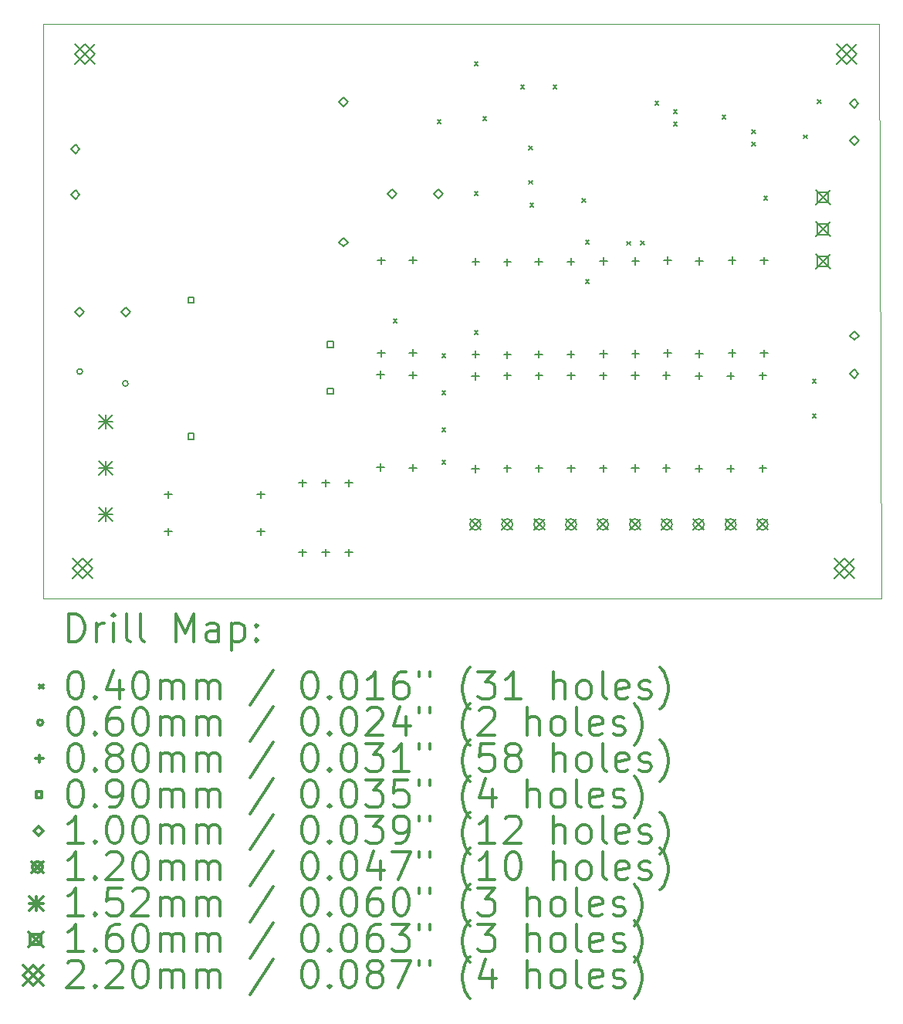
<source format=gbr>
%FSLAX45Y45*%
G04 Gerber Fmt 4.5, Leading zero omitted, Abs format (unit mm)*
G04 Created by KiCad (PCBNEW 5.99.0-unknown-c3175b4~86~ubuntu16.04.1) date 2019-10-11 06:52:17*
%MOMM*%
%LPD*%
G04 APERTURE LIST*
%ADD10C,0.050000*%
%ADD11C,0.200000*%
%ADD12C,0.300000*%
G04 APERTURE END LIST*
D10*
X19354800Y-13157200D02*
X19329400Y-6858000D01*
X10160000Y-13157200D02*
X19354800Y-13157200D01*
X10160000Y-6858000D02*
X10160000Y-13157200D01*
X19329400Y-6858000D02*
X10160000Y-6858000D01*
D11*
X14000800Y-10089200D02*
X14040800Y-10129200D01*
X14040800Y-10089200D02*
X14000800Y-10129200D01*
X14483400Y-7904800D02*
X14523400Y-7944800D01*
X14523400Y-7904800D02*
X14483400Y-7944800D01*
X14534200Y-10470200D02*
X14574200Y-10510200D01*
X14574200Y-10470200D02*
X14534200Y-10510200D01*
X14534200Y-10876600D02*
X14574200Y-10916600D01*
X14574200Y-10876600D02*
X14534200Y-10916600D01*
X14534200Y-11283000D02*
X14574200Y-11323000D01*
X14574200Y-11283000D02*
X14534200Y-11323000D01*
X14534200Y-11638600D02*
X14574200Y-11678600D01*
X14574200Y-11638600D02*
X14534200Y-11678600D01*
X14889600Y-7269600D02*
X14929600Y-7309600D01*
X14929600Y-7269600D02*
X14889600Y-7309600D01*
X14889800Y-8692200D02*
X14929800Y-8732200D01*
X14929800Y-8692200D02*
X14889800Y-8732200D01*
X14889800Y-10216200D02*
X14929800Y-10256200D01*
X14929800Y-10216200D02*
X14889800Y-10256200D01*
X14982500Y-7872500D02*
X15022500Y-7912500D01*
X15022500Y-7872500D02*
X14982500Y-7912500D01*
X15397800Y-7523800D02*
X15437800Y-7563800D01*
X15437800Y-7523800D02*
X15397800Y-7563800D01*
X15485000Y-8195000D02*
X15525000Y-8235000D01*
X15525000Y-8195000D02*
X15485000Y-8235000D01*
X15485000Y-8572500D02*
X15525000Y-8612500D01*
X15525000Y-8572500D02*
X15485000Y-8612500D01*
X15499400Y-8819200D02*
X15539400Y-8859200D01*
X15539400Y-8819200D02*
X15499400Y-8859200D01*
X15753400Y-7523800D02*
X15793400Y-7563800D01*
X15793400Y-7523800D02*
X15753400Y-7563800D01*
X16070900Y-8768400D02*
X16110900Y-8808400D01*
X16110900Y-8768400D02*
X16070900Y-8808400D01*
X16109000Y-9225600D02*
X16149000Y-9265600D01*
X16149000Y-9225600D02*
X16109000Y-9265600D01*
X16109000Y-9657400D02*
X16149000Y-9697400D01*
X16149000Y-9657400D02*
X16109000Y-9697400D01*
X16565000Y-9240000D02*
X16605000Y-9280000D01*
X16605000Y-9240000D02*
X16565000Y-9280000D01*
X16712500Y-9237500D02*
X16752500Y-9277500D01*
X16752500Y-9237500D02*
X16712500Y-9277500D01*
X16871000Y-7701600D02*
X16911000Y-7741600D01*
X16911000Y-7701600D02*
X16871000Y-7741600D01*
X17074200Y-7795000D02*
X17114200Y-7835000D01*
X17114200Y-7795000D02*
X17074200Y-7835000D01*
X17074200Y-7930200D02*
X17114200Y-7970200D01*
X17114200Y-7930200D02*
X17074200Y-7970200D01*
X17607600Y-7854000D02*
X17647600Y-7894000D01*
X17647600Y-7854000D02*
X17607600Y-7894000D01*
X17932500Y-8020000D02*
X17972500Y-8060000D01*
X17972500Y-8020000D02*
X17932500Y-8060000D01*
X17932500Y-8150000D02*
X17972500Y-8190000D01*
X17972500Y-8150000D02*
X17932500Y-8190000D01*
X18064800Y-8743000D02*
X18104800Y-8783000D01*
X18104800Y-8743000D02*
X18064800Y-8783000D01*
X18502500Y-8072500D02*
X18542500Y-8112500D01*
X18542500Y-8072500D02*
X18502500Y-8112500D01*
X18598200Y-10749600D02*
X18638200Y-10789600D01*
X18638200Y-10749600D02*
X18598200Y-10789600D01*
X18598200Y-11130600D02*
X18638200Y-11170600D01*
X18638200Y-11130600D02*
X18598200Y-11170600D01*
X18652500Y-7685000D02*
X18692500Y-7725000D01*
X18692500Y-7685000D02*
X18652500Y-7725000D01*
X10591400Y-10667800D02*
G75*
G03X10591400Y-10667800I-30000J0D01*
G01*
X11091400Y-10797800D02*
G75*
G03X11091400Y-10797800I-30000J0D01*
G01*
X14904400Y-9419800D02*
X14904400Y-9499800D01*
X14864400Y-9459800D02*
X14944400Y-9459800D01*
X14904400Y-10435800D02*
X14904400Y-10515800D01*
X14864400Y-10475800D02*
X14944400Y-10475800D01*
X15950400Y-10670800D02*
X15950400Y-10750800D01*
X15910400Y-10710800D02*
X15990400Y-10710800D01*
X15950400Y-11686800D02*
X15950400Y-11766800D01*
X15910400Y-11726800D02*
X15990400Y-11726800D01*
X13004800Y-11847200D02*
X13004800Y-11927200D01*
X12964800Y-11887200D02*
X13044800Y-11887200D01*
X13004800Y-12609200D02*
X13004800Y-12689200D01*
X12964800Y-12649200D02*
X13044800Y-12649200D01*
X13258800Y-11847200D02*
X13258800Y-11927200D01*
X13218800Y-11887200D02*
X13298800Y-11887200D01*
X13258800Y-12609200D02*
X13258800Y-12689200D01*
X13218800Y-12649200D02*
X13298800Y-12649200D01*
X13512800Y-11847200D02*
X13512800Y-11927200D01*
X13472800Y-11887200D02*
X13552800Y-11887200D01*
X13512800Y-12609200D02*
X13512800Y-12689200D01*
X13472800Y-12649200D02*
X13552800Y-12649200D01*
X17356400Y-9416800D02*
X17356400Y-9496800D01*
X17316400Y-9456800D02*
X17396400Y-9456800D01*
X17356400Y-10432800D02*
X17356400Y-10512800D01*
X17316400Y-10472800D02*
X17396400Y-10472800D01*
X17353400Y-10673800D02*
X17353400Y-10753800D01*
X17313400Y-10713800D02*
X17393400Y-10713800D01*
X17353400Y-11689800D02*
X17353400Y-11769800D01*
X17313400Y-11729800D02*
X17393400Y-11729800D01*
X11531600Y-12380600D02*
X11531600Y-12460600D01*
X11491600Y-12420600D02*
X11571600Y-12420600D01*
X12547600Y-12380600D02*
X12547600Y-12460600D01*
X12507600Y-12420600D02*
X12587600Y-12420600D01*
X16306400Y-9413800D02*
X16306400Y-9493800D01*
X16266400Y-9453800D02*
X16346400Y-9453800D01*
X16306400Y-10429800D02*
X16306400Y-10509800D01*
X16266400Y-10469800D02*
X16346400Y-10469800D01*
X16304400Y-10671800D02*
X16304400Y-10751800D01*
X16264400Y-10711800D02*
X16344400Y-10711800D01*
X16304400Y-11687800D02*
X16304400Y-11767800D01*
X16264400Y-11727800D02*
X16344400Y-11727800D01*
X13861400Y-10660800D02*
X13861400Y-10740800D01*
X13821400Y-10700800D02*
X13901400Y-10700800D01*
X13861400Y-11676800D02*
X13861400Y-11756800D01*
X13821400Y-11716800D02*
X13901400Y-11716800D01*
X15252400Y-9426800D02*
X15252400Y-9506800D01*
X15212400Y-9466800D02*
X15292400Y-9466800D01*
X15252400Y-10442800D02*
X15252400Y-10522800D01*
X15212400Y-10482800D02*
X15292400Y-10482800D01*
X15600400Y-10671800D02*
X15600400Y-10751800D01*
X15560400Y-10711800D02*
X15640400Y-10711800D01*
X15600400Y-11687800D02*
X15600400Y-11767800D01*
X15560400Y-11727800D02*
X15640400Y-11727800D01*
X14215000Y-9402500D02*
X14215000Y-9482500D01*
X14175000Y-9442500D02*
X14255000Y-9442500D01*
X14215000Y-10418500D02*
X14215000Y-10498500D01*
X14175000Y-10458500D02*
X14255000Y-10458500D01*
X17701400Y-10672800D02*
X17701400Y-10752800D01*
X17661400Y-10712800D02*
X17741400Y-10712800D01*
X17701400Y-11688800D02*
X17701400Y-11768800D01*
X17661400Y-11728800D02*
X17741400Y-11728800D01*
X17718400Y-9406800D02*
X17718400Y-9486800D01*
X17678400Y-9446800D02*
X17758400Y-9446800D01*
X17718400Y-10422800D02*
X17718400Y-10502800D01*
X17678400Y-10462800D02*
X17758400Y-10462800D01*
X11531600Y-11974200D02*
X11531600Y-12054200D01*
X11491600Y-12014200D02*
X11571600Y-12014200D01*
X12547600Y-11974200D02*
X12547600Y-12054200D01*
X12507600Y-12014200D02*
X12587600Y-12014200D01*
X16997400Y-10669800D02*
X16997400Y-10749800D01*
X16957400Y-10709800D02*
X17037400Y-10709800D01*
X16997400Y-11685800D02*
X16997400Y-11765800D01*
X16957400Y-11725800D02*
X17037400Y-11725800D01*
X15597400Y-9419800D02*
X15597400Y-9499800D01*
X15557400Y-9459800D02*
X15637400Y-9459800D01*
X15597400Y-10435800D02*
X15597400Y-10515800D01*
X15557400Y-10475800D02*
X15637400Y-10475800D01*
X14214400Y-10665800D02*
X14214400Y-10745800D01*
X14174400Y-10705800D02*
X14254400Y-10705800D01*
X14214400Y-11681800D02*
X14214400Y-11761800D01*
X14174400Y-11721800D02*
X14254400Y-11721800D01*
X18068400Y-9408800D02*
X18068400Y-9488800D01*
X18028400Y-9448800D02*
X18108400Y-9448800D01*
X18068400Y-10424800D02*
X18068400Y-10504800D01*
X18028400Y-10464800D02*
X18108400Y-10464800D01*
X15948400Y-9420800D02*
X15948400Y-9500800D01*
X15908400Y-9460800D02*
X15988400Y-9460800D01*
X15948400Y-10436800D02*
X15948400Y-10516800D01*
X15908400Y-10476800D02*
X15988400Y-10476800D01*
X18055400Y-10670800D02*
X18055400Y-10750800D01*
X18015400Y-10710800D02*
X18095400Y-10710800D01*
X18055400Y-11686800D02*
X18055400Y-11766800D01*
X18015400Y-11726800D02*
X18095400Y-11726800D01*
X16657400Y-9415800D02*
X16657400Y-9495800D01*
X16617400Y-9455800D02*
X16697400Y-9455800D01*
X16657400Y-10431800D02*
X16657400Y-10511800D01*
X16617400Y-10471800D02*
X16697400Y-10471800D01*
X17008400Y-9407800D02*
X17008400Y-9487800D01*
X16968400Y-9447800D02*
X17048400Y-9447800D01*
X17008400Y-10423800D02*
X17008400Y-10503800D01*
X16968400Y-10463800D02*
X17048400Y-10463800D01*
X13868400Y-9408800D02*
X13868400Y-9488800D01*
X13828400Y-9448800D02*
X13908400Y-9448800D01*
X13868400Y-10424800D02*
X13868400Y-10504800D01*
X13828400Y-10464800D02*
X13908400Y-10464800D01*
X16655400Y-10667800D02*
X16655400Y-10747800D01*
X16615400Y-10707800D02*
X16695400Y-10707800D01*
X16655400Y-11683800D02*
X16655400Y-11763800D01*
X16615400Y-11723800D02*
X16695400Y-11723800D01*
X15252400Y-10671800D02*
X15252400Y-10751800D01*
X15212400Y-10711800D02*
X15292400Y-10711800D01*
X15252400Y-11687800D02*
X15252400Y-11767800D01*
X15212400Y-11727800D02*
X15292400Y-11727800D01*
X14902400Y-10675800D02*
X14902400Y-10755800D01*
X14862400Y-10715800D02*
X14942400Y-10715800D01*
X14902400Y-11691800D02*
X14902400Y-11771800D01*
X14862400Y-11731800D02*
X14942400Y-11731800D01*
X11814620Y-9914700D02*
X11814620Y-9851060D01*
X11750980Y-9851060D01*
X11750980Y-9914700D01*
X11814620Y-9914700D01*
X11814620Y-11408220D02*
X11814620Y-11344580D01*
X11750980Y-11344580D01*
X11750980Y-11408220D01*
X11814620Y-11408220D01*
X13343700Y-10402380D02*
X13343700Y-10338740D01*
X13280060Y-10338740D01*
X13280060Y-10402380D01*
X13343700Y-10402380D01*
X13343700Y-10915460D02*
X13343700Y-10851820D01*
X13280060Y-10851820D01*
X13280060Y-10915460D01*
X13343700Y-10915460D01*
X10512400Y-8277800D02*
X10562400Y-8227800D01*
X10512400Y-8177800D01*
X10462400Y-8227800D01*
X10512400Y-8277800D01*
X10512400Y-8777800D02*
X10562400Y-8727800D01*
X10512400Y-8677800D01*
X10462400Y-8727800D01*
X10512400Y-8777800D01*
X13452400Y-7757800D02*
X13502400Y-7707800D01*
X13452400Y-7657800D01*
X13402400Y-7707800D01*
X13452400Y-7757800D01*
X13452400Y-9297800D02*
X13502400Y-9247800D01*
X13452400Y-9197800D01*
X13402400Y-9247800D01*
X13452400Y-9297800D01*
X19055000Y-10740000D02*
X19105000Y-10690000D01*
X19055000Y-10640000D01*
X19005000Y-10690000D01*
X19055000Y-10740000D01*
X19057500Y-10322500D02*
X19107500Y-10272500D01*
X19057500Y-10222500D01*
X19007500Y-10272500D01*
X19057500Y-10322500D01*
X19055000Y-7780000D02*
X19105000Y-7730000D01*
X19055000Y-7680000D01*
X19005000Y-7730000D01*
X19055000Y-7780000D01*
X19062500Y-8187500D02*
X19112500Y-8137500D01*
X19062500Y-8087500D01*
X19012500Y-8137500D01*
X19062500Y-8187500D01*
X10561400Y-10062800D02*
X10611400Y-10012800D01*
X10561400Y-9962800D01*
X10511400Y-10012800D01*
X10561400Y-10062800D01*
X11069400Y-10063800D02*
X11119400Y-10013800D01*
X11069400Y-9963800D01*
X11019400Y-10013800D01*
X11069400Y-10063800D01*
X13987400Y-8768800D02*
X14037400Y-8718800D01*
X13987400Y-8668800D01*
X13937400Y-8718800D01*
X13987400Y-8768800D01*
X14495400Y-8769800D02*
X14545400Y-8719800D01*
X14495400Y-8669800D01*
X14445400Y-8719800D01*
X14495400Y-8769800D01*
X14841400Y-12282800D02*
X14961400Y-12402800D01*
X14961400Y-12282800D02*
X14841400Y-12402800D01*
X14961400Y-12342800D02*
G75*
G03X14961400Y-12342800I-60000J0D01*
G01*
X15191400Y-12282800D02*
X15311400Y-12402800D01*
X15311400Y-12282800D02*
X15191400Y-12402800D01*
X15311400Y-12342800D02*
G75*
G03X15311400Y-12342800I-60000J0D01*
G01*
X15541400Y-12282800D02*
X15661400Y-12402800D01*
X15661400Y-12282800D02*
X15541400Y-12402800D01*
X15661400Y-12342800D02*
G75*
G03X15661400Y-12342800I-60000J0D01*
G01*
X15891400Y-12282800D02*
X16011400Y-12402800D01*
X16011400Y-12282800D02*
X15891400Y-12402800D01*
X16011400Y-12342800D02*
G75*
G03X16011400Y-12342800I-60000J0D01*
G01*
X16241400Y-12282800D02*
X16361400Y-12402800D01*
X16361400Y-12282800D02*
X16241400Y-12402800D01*
X16361400Y-12342800D02*
G75*
G03X16361400Y-12342800I-60000J0D01*
G01*
X16591400Y-12282800D02*
X16711400Y-12402800D01*
X16711400Y-12282800D02*
X16591400Y-12402800D01*
X16711400Y-12342800D02*
G75*
G03X16711400Y-12342800I-60000J0D01*
G01*
X16941400Y-12282800D02*
X17061400Y-12402800D01*
X17061400Y-12282800D02*
X16941400Y-12402800D01*
X17061400Y-12342800D02*
G75*
G03X17061400Y-12342800I-60000J0D01*
G01*
X17291400Y-12282800D02*
X17411400Y-12402800D01*
X17411400Y-12282800D02*
X17291400Y-12402800D01*
X17411400Y-12342800D02*
G75*
G03X17411400Y-12342800I-60000J0D01*
G01*
X17641400Y-12282800D02*
X17761400Y-12402800D01*
X17761400Y-12282800D02*
X17641400Y-12402800D01*
X17761400Y-12342800D02*
G75*
G03X17761400Y-12342800I-60000J0D01*
G01*
X17991400Y-12282800D02*
X18111400Y-12402800D01*
X18111400Y-12282800D02*
X17991400Y-12402800D01*
X18111400Y-12342800D02*
G75*
G03X18111400Y-12342800I-60000J0D01*
G01*
X10769800Y-11140800D02*
X10921800Y-11292800D01*
X10921800Y-11140800D02*
X10769800Y-11292800D01*
X10845800Y-11140800D02*
X10845800Y-11292800D01*
X10769800Y-11216800D02*
X10921800Y-11216800D01*
X10769800Y-11648800D02*
X10921800Y-11800800D01*
X10921800Y-11648800D02*
X10769800Y-11800800D01*
X10845800Y-11648800D02*
X10845800Y-11800800D01*
X10769800Y-11724800D02*
X10921800Y-11724800D01*
X10769800Y-12156800D02*
X10921800Y-12308800D01*
X10921800Y-12156800D02*
X10769800Y-12308800D01*
X10845800Y-12156800D02*
X10845800Y-12308800D01*
X10769800Y-12232800D02*
X10921800Y-12232800D01*
X18632500Y-8677500D02*
X18792500Y-8837500D01*
X18792500Y-8677500D02*
X18632500Y-8837500D01*
X18769069Y-8814069D02*
X18769069Y-8700931D01*
X18655931Y-8700931D01*
X18655931Y-8814069D01*
X18769069Y-8814069D01*
X18632500Y-9027500D02*
X18792500Y-9187500D01*
X18792500Y-9027500D02*
X18632500Y-9187500D01*
X18769069Y-9164069D02*
X18769069Y-9050931D01*
X18655931Y-9050931D01*
X18655931Y-9164069D01*
X18769069Y-9164069D01*
X18632500Y-9377500D02*
X18792500Y-9537500D01*
X18792500Y-9377500D02*
X18632500Y-9537500D01*
X18769069Y-9514069D02*
X18769069Y-9400931D01*
X18655931Y-9400931D01*
X18655931Y-9514069D01*
X18769069Y-9514069D01*
X18863800Y-7078200D02*
X19083800Y-7298200D01*
X19083800Y-7078200D02*
X18863800Y-7298200D01*
X18973800Y-7298200D02*
X19083800Y-7188200D01*
X18973800Y-7078200D01*
X18863800Y-7188200D01*
X18973800Y-7298200D01*
X18838400Y-12717000D02*
X19058400Y-12937000D01*
X19058400Y-12717000D02*
X18838400Y-12937000D01*
X18948400Y-12937000D02*
X19058400Y-12827000D01*
X18948400Y-12717000D01*
X18838400Y-12827000D01*
X18948400Y-12937000D01*
X10481800Y-12717000D02*
X10701800Y-12937000D01*
X10701800Y-12717000D02*
X10481800Y-12937000D01*
X10591800Y-12937000D02*
X10701800Y-12827000D01*
X10591800Y-12717000D01*
X10481800Y-12827000D01*
X10591800Y-12937000D01*
X10507200Y-7078200D02*
X10727200Y-7298200D01*
X10727200Y-7078200D02*
X10507200Y-7298200D01*
X10617200Y-7298200D02*
X10727200Y-7188200D01*
X10617200Y-7078200D01*
X10507200Y-7188200D01*
X10617200Y-7298200D01*
D12*
X10443928Y-13625414D02*
X10443928Y-13325414D01*
X10515357Y-13325414D01*
X10558214Y-13339700D01*
X10586786Y-13368271D01*
X10601071Y-13396843D01*
X10615357Y-13453986D01*
X10615357Y-13496843D01*
X10601071Y-13553986D01*
X10586786Y-13582557D01*
X10558214Y-13611129D01*
X10515357Y-13625414D01*
X10443928Y-13625414D01*
X10743928Y-13625414D02*
X10743928Y-13425414D01*
X10743928Y-13482557D02*
X10758214Y-13453986D01*
X10772500Y-13439700D01*
X10801071Y-13425414D01*
X10829643Y-13425414D01*
X10929643Y-13625414D02*
X10929643Y-13425414D01*
X10929643Y-13325414D02*
X10915357Y-13339700D01*
X10929643Y-13353986D01*
X10943928Y-13339700D01*
X10929643Y-13325414D01*
X10929643Y-13353986D01*
X11115357Y-13625414D02*
X11086786Y-13611129D01*
X11072500Y-13582557D01*
X11072500Y-13325414D01*
X11272500Y-13625414D02*
X11243928Y-13611129D01*
X11229643Y-13582557D01*
X11229643Y-13325414D01*
X11615357Y-13625414D02*
X11615357Y-13325414D01*
X11715357Y-13539700D01*
X11815357Y-13325414D01*
X11815357Y-13625414D01*
X12086786Y-13625414D02*
X12086786Y-13468271D01*
X12072500Y-13439700D01*
X12043928Y-13425414D01*
X11986786Y-13425414D01*
X11958214Y-13439700D01*
X12086786Y-13611129D02*
X12058214Y-13625414D01*
X11986786Y-13625414D01*
X11958214Y-13611129D01*
X11943928Y-13582557D01*
X11943928Y-13553986D01*
X11958214Y-13525414D01*
X11986786Y-13511129D01*
X12058214Y-13511129D01*
X12086786Y-13496843D01*
X12229643Y-13425414D02*
X12229643Y-13725414D01*
X12229643Y-13439700D02*
X12258214Y-13425414D01*
X12315357Y-13425414D01*
X12343928Y-13439700D01*
X12358214Y-13453986D01*
X12372500Y-13482557D01*
X12372500Y-13568271D01*
X12358214Y-13596843D01*
X12343928Y-13611129D01*
X12315357Y-13625414D01*
X12258214Y-13625414D01*
X12229643Y-13611129D01*
X12501071Y-13596843D02*
X12515357Y-13611129D01*
X12501071Y-13625414D01*
X12486786Y-13611129D01*
X12501071Y-13596843D01*
X12501071Y-13625414D01*
X12501071Y-13439700D02*
X12515357Y-13453986D01*
X12501071Y-13468271D01*
X12486786Y-13453986D01*
X12501071Y-13439700D01*
X12501071Y-13468271D01*
X10117500Y-14099700D02*
X10157500Y-14139700D01*
X10157500Y-14099700D02*
X10117500Y-14139700D01*
X10501071Y-13955414D02*
X10529643Y-13955414D01*
X10558214Y-13969700D01*
X10572500Y-13983986D01*
X10586786Y-14012557D01*
X10601071Y-14069700D01*
X10601071Y-14141129D01*
X10586786Y-14198271D01*
X10572500Y-14226843D01*
X10558214Y-14241129D01*
X10529643Y-14255414D01*
X10501071Y-14255414D01*
X10472500Y-14241129D01*
X10458214Y-14226843D01*
X10443928Y-14198271D01*
X10429643Y-14141129D01*
X10429643Y-14069700D01*
X10443928Y-14012557D01*
X10458214Y-13983986D01*
X10472500Y-13969700D01*
X10501071Y-13955414D01*
X10729643Y-14226843D02*
X10743928Y-14241129D01*
X10729643Y-14255414D01*
X10715357Y-14241129D01*
X10729643Y-14226843D01*
X10729643Y-14255414D01*
X11001071Y-14055414D02*
X11001071Y-14255414D01*
X10929643Y-13941129D02*
X10858214Y-14155414D01*
X11043928Y-14155414D01*
X11215357Y-13955414D02*
X11243928Y-13955414D01*
X11272500Y-13969700D01*
X11286786Y-13983986D01*
X11301071Y-14012557D01*
X11315357Y-14069700D01*
X11315357Y-14141129D01*
X11301071Y-14198271D01*
X11286786Y-14226843D01*
X11272500Y-14241129D01*
X11243928Y-14255414D01*
X11215357Y-14255414D01*
X11186786Y-14241129D01*
X11172500Y-14226843D01*
X11158214Y-14198271D01*
X11143928Y-14141129D01*
X11143928Y-14069700D01*
X11158214Y-14012557D01*
X11172500Y-13983986D01*
X11186786Y-13969700D01*
X11215357Y-13955414D01*
X11443928Y-14255414D02*
X11443928Y-14055414D01*
X11443928Y-14083986D02*
X11458214Y-14069700D01*
X11486786Y-14055414D01*
X11529643Y-14055414D01*
X11558214Y-14069700D01*
X11572500Y-14098271D01*
X11572500Y-14255414D01*
X11572500Y-14098271D02*
X11586786Y-14069700D01*
X11615357Y-14055414D01*
X11658214Y-14055414D01*
X11686786Y-14069700D01*
X11701071Y-14098271D01*
X11701071Y-14255414D01*
X11843928Y-14255414D02*
X11843928Y-14055414D01*
X11843928Y-14083986D02*
X11858214Y-14069700D01*
X11886786Y-14055414D01*
X11929643Y-14055414D01*
X11958214Y-14069700D01*
X11972500Y-14098271D01*
X11972500Y-14255414D01*
X11972500Y-14098271D02*
X11986786Y-14069700D01*
X12015357Y-14055414D01*
X12058214Y-14055414D01*
X12086786Y-14069700D01*
X12101071Y-14098271D01*
X12101071Y-14255414D01*
X12686786Y-13941129D02*
X12429643Y-14326843D01*
X13072500Y-13955414D02*
X13101071Y-13955414D01*
X13129643Y-13969700D01*
X13143928Y-13983986D01*
X13158214Y-14012557D01*
X13172500Y-14069700D01*
X13172500Y-14141129D01*
X13158214Y-14198271D01*
X13143928Y-14226843D01*
X13129643Y-14241129D01*
X13101071Y-14255414D01*
X13072500Y-14255414D01*
X13043928Y-14241129D01*
X13029643Y-14226843D01*
X13015357Y-14198271D01*
X13001071Y-14141129D01*
X13001071Y-14069700D01*
X13015357Y-14012557D01*
X13029643Y-13983986D01*
X13043928Y-13969700D01*
X13072500Y-13955414D01*
X13301071Y-14226843D02*
X13315357Y-14241129D01*
X13301071Y-14255414D01*
X13286786Y-14241129D01*
X13301071Y-14226843D01*
X13301071Y-14255414D01*
X13501071Y-13955414D02*
X13529643Y-13955414D01*
X13558214Y-13969700D01*
X13572500Y-13983986D01*
X13586786Y-14012557D01*
X13601071Y-14069700D01*
X13601071Y-14141129D01*
X13586786Y-14198271D01*
X13572500Y-14226843D01*
X13558214Y-14241129D01*
X13529643Y-14255414D01*
X13501071Y-14255414D01*
X13472500Y-14241129D01*
X13458214Y-14226843D01*
X13443928Y-14198271D01*
X13429643Y-14141129D01*
X13429643Y-14069700D01*
X13443928Y-14012557D01*
X13458214Y-13983986D01*
X13472500Y-13969700D01*
X13501071Y-13955414D01*
X13886786Y-14255414D02*
X13715357Y-14255414D01*
X13801071Y-14255414D02*
X13801071Y-13955414D01*
X13772500Y-13998271D01*
X13743928Y-14026843D01*
X13715357Y-14041129D01*
X14143928Y-13955414D02*
X14086786Y-13955414D01*
X14058214Y-13969700D01*
X14043928Y-13983986D01*
X14015357Y-14026843D01*
X14001071Y-14083986D01*
X14001071Y-14198271D01*
X14015357Y-14226843D01*
X14029643Y-14241129D01*
X14058214Y-14255414D01*
X14115357Y-14255414D01*
X14143928Y-14241129D01*
X14158214Y-14226843D01*
X14172500Y-14198271D01*
X14172500Y-14126843D01*
X14158214Y-14098271D01*
X14143928Y-14083986D01*
X14115357Y-14069700D01*
X14058214Y-14069700D01*
X14029643Y-14083986D01*
X14015357Y-14098271D01*
X14001071Y-14126843D01*
X14286786Y-13955414D02*
X14286786Y-14012557D01*
X14401071Y-13955414D02*
X14401071Y-14012557D01*
X14843928Y-14369700D02*
X14829643Y-14355414D01*
X14801071Y-14312557D01*
X14786786Y-14283986D01*
X14772500Y-14241129D01*
X14758214Y-14169700D01*
X14758214Y-14112557D01*
X14772500Y-14041129D01*
X14786786Y-13998271D01*
X14801071Y-13969700D01*
X14829643Y-13926843D01*
X14843928Y-13912557D01*
X14929643Y-13955414D02*
X15115357Y-13955414D01*
X15015357Y-14069700D01*
X15058214Y-14069700D01*
X15086786Y-14083986D01*
X15101071Y-14098271D01*
X15115357Y-14126843D01*
X15115357Y-14198271D01*
X15101071Y-14226843D01*
X15086786Y-14241129D01*
X15058214Y-14255414D01*
X14972500Y-14255414D01*
X14943928Y-14241129D01*
X14929643Y-14226843D01*
X15401071Y-14255414D02*
X15229643Y-14255414D01*
X15315357Y-14255414D02*
X15315357Y-13955414D01*
X15286786Y-13998271D01*
X15258214Y-14026843D01*
X15229643Y-14041129D01*
X15758214Y-14255414D02*
X15758214Y-13955414D01*
X15886786Y-14255414D02*
X15886786Y-14098271D01*
X15872500Y-14069700D01*
X15843928Y-14055414D01*
X15801071Y-14055414D01*
X15772500Y-14069700D01*
X15758214Y-14083986D01*
X16072500Y-14255414D02*
X16043928Y-14241129D01*
X16029643Y-14226843D01*
X16015357Y-14198271D01*
X16015357Y-14112557D01*
X16029643Y-14083986D01*
X16043928Y-14069700D01*
X16072500Y-14055414D01*
X16115357Y-14055414D01*
X16143928Y-14069700D01*
X16158214Y-14083986D01*
X16172500Y-14112557D01*
X16172500Y-14198271D01*
X16158214Y-14226843D01*
X16143928Y-14241129D01*
X16115357Y-14255414D01*
X16072500Y-14255414D01*
X16343928Y-14255414D02*
X16315357Y-14241129D01*
X16301071Y-14212557D01*
X16301071Y-13955414D01*
X16572500Y-14241129D02*
X16543928Y-14255414D01*
X16486786Y-14255414D01*
X16458214Y-14241129D01*
X16443928Y-14212557D01*
X16443928Y-14098271D01*
X16458214Y-14069700D01*
X16486786Y-14055414D01*
X16543928Y-14055414D01*
X16572500Y-14069700D01*
X16586786Y-14098271D01*
X16586786Y-14126843D01*
X16443928Y-14155414D01*
X16701071Y-14241129D02*
X16729643Y-14255414D01*
X16786786Y-14255414D01*
X16815357Y-14241129D01*
X16829643Y-14212557D01*
X16829643Y-14198271D01*
X16815357Y-14169700D01*
X16786786Y-14155414D01*
X16743928Y-14155414D01*
X16715357Y-14141129D01*
X16701071Y-14112557D01*
X16701071Y-14098271D01*
X16715357Y-14069700D01*
X16743928Y-14055414D01*
X16786786Y-14055414D01*
X16815357Y-14069700D01*
X16929643Y-14369700D02*
X16943928Y-14355414D01*
X16972500Y-14312557D01*
X16986786Y-14283986D01*
X17001071Y-14241129D01*
X17015357Y-14169700D01*
X17015357Y-14112557D01*
X17001071Y-14041129D01*
X16986786Y-13998271D01*
X16972500Y-13969700D01*
X16943928Y-13926843D01*
X16929643Y-13912557D01*
X10157500Y-14515700D02*
G75*
G03X10157500Y-14515700I-30000J0D01*
G01*
X10501071Y-14351414D02*
X10529643Y-14351414D01*
X10558214Y-14365700D01*
X10572500Y-14379986D01*
X10586786Y-14408557D01*
X10601071Y-14465700D01*
X10601071Y-14537129D01*
X10586786Y-14594271D01*
X10572500Y-14622843D01*
X10558214Y-14637129D01*
X10529643Y-14651414D01*
X10501071Y-14651414D01*
X10472500Y-14637129D01*
X10458214Y-14622843D01*
X10443928Y-14594271D01*
X10429643Y-14537129D01*
X10429643Y-14465700D01*
X10443928Y-14408557D01*
X10458214Y-14379986D01*
X10472500Y-14365700D01*
X10501071Y-14351414D01*
X10729643Y-14622843D02*
X10743928Y-14637129D01*
X10729643Y-14651414D01*
X10715357Y-14637129D01*
X10729643Y-14622843D01*
X10729643Y-14651414D01*
X11001071Y-14351414D02*
X10943928Y-14351414D01*
X10915357Y-14365700D01*
X10901071Y-14379986D01*
X10872500Y-14422843D01*
X10858214Y-14479986D01*
X10858214Y-14594271D01*
X10872500Y-14622843D01*
X10886786Y-14637129D01*
X10915357Y-14651414D01*
X10972500Y-14651414D01*
X11001071Y-14637129D01*
X11015357Y-14622843D01*
X11029643Y-14594271D01*
X11029643Y-14522843D01*
X11015357Y-14494271D01*
X11001071Y-14479986D01*
X10972500Y-14465700D01*
X10915357Y-14465700D01*
X10886786Y-14479986D01*
X10872500Y-14494271D01*
X10858214Y-14522843D01*
X11215357Y-14351414D02*
X11243928Y-14351414D01*
X11272500Y-14365700D01*
X11286786Y-14379986D01*
X11301071Y-14408557D01*
X11315357Y-14465700D01*
X11315357Y-14537129D01*
X11301071Y-14594271D01*
X11286786Y-14622843D01*
X11272500Y-14637129D01*
X11243928Y-14651414D01*
X11215357Y-14651414D01*
X11186786Y-14637129D01*
X11172500Y-14622843D01*
X11158214Y-14594271D01*
X11143928Y-14537129D01*
X11143928Y-14465700D01*
X11158214Y-14408557D01*
X11172500Y-14379986D01*
X11186786Y-14365700D01*
X11215357Y-14351414D01*
X11443928Y-14651414D02*
X11443928Y-14451414D01*
X11443928Y-14479986D02*
X11458214Y-14465700D01*
X11486786Y-14451414D01*
X11529643Y-14451414D01*
X11558214Y-14465700D01*
X11572500Y-14494271D01*
X11572500Y-14651414D01*
X11572500Y-14494271D02*
X11586786Y-14465700D01*
X11615357Y-14451414D01*
X11658214Y-14451414D01*
X11686786Y-14465700D01*
X11701071Y-14494271D01*
X11701071Y-14651414D01*
X11843928Y-14651414D02*
X11843928Y-14451414D01*
X11843928Y-14479986D02*
X11858214Y-14465700D01*
X11886786Y-14451414D01*
X11929643Y-14451414D01*
X11958214Y-14465700D01*
X11972500Y-14494271D01*
X11972500Y-14651414D01*
X11972500Y-14494271D02*
X11986786Y-14465700D01*
X12015357Y-14451414D01*
X12058214Y-14451414D01*
X12086786Y-14465700D01*
X12101071Y-14494271D01*
X12101071Y-14651414D01*
X12686786Y-14337129D02*
X12429643Y-14722843D01*
X13072500Y-14351414D02*
X13101071Y-14351414D01*
X13129643Y-14365700D01*
X13143928Y-14379986D01*
X13158214Y-14408557D01*
X13172500Y-14465700D01*
X13172500Y-14537129D01*
X13158214Y-14594271D01*
X13143928Y-14622843D01*
X13129643Y-14637129D01*
X13101071Y-14651414D01*
X13072500Y-14651414D01*
X13043928Y-14637129D01*
X13029643Y-14622843D01*
X13015357Y-14594271D01*
X13001071Y-14537129D01*
X13001071Y-14465700D01*
X13015357Y-14408557D01*
X13029643Y-14379986D01*
X13043928Y-14365700D01*
X13072500Y-14351414D01*
X13301071Y-14622843D02*
X13315357Y-14637129D01*
X13301071Y-14651414D01*
X13286786Y-14637129D01*
X13301071Y-14622843D01*
X13301071Y-14651414D01*
X13501071Y-14351414D02*
X13529643Y-14351414D01*
X13558214Y-14365700D01*
X13572500Y-14379986D01*
X13586786Y-14408557D01*
X13601071Y-14465700D01*
X13601071Y-14537129D01*
X13586786Y-14594271D01*
X13572500Y-14622843D01*
X13558214Y-14637129D01*
X13529643Y-14651414D01*
X13501071Y-14651414D01*
X13472500Y-14637129D01*
X13458214Y-14622843D01*
X13443928Y-14594271D01*
X13429643Y-14537129D01*
X13429643Y-14465700D01*
X13443928Y-14408557D01*
X13458214Y-14379986D01*
X13472500Y-14365700D01*
X13501071Y-14351414D01*
X13715357Y-14379986D02*
X13729643Y-14365700D01*
X13758214Y-14351414D01*
X13829643Y-14351414D01*
X13858214Y-14365700D01*
X13872500Y-14379986D01*
X13886786Y-14408557D01*
X13886786Y-14437129D01*
X13872500Y-14479986D01*
X13701071Y-14651414D01*
X13886786Y-14651414D01*
X14143928Y-14451414D02*
X14143928Y-14651414D01*
X14072500Y-14337129D02*
X14001071Y-14551414D01*
X14186786Y-14551414D01*
X14286786Y-14351414D02*
X14286786Y-14408557D01*
X14401071Y-14351414D02*
X14401071Y-14408557D01*
X14843928Y-14765700D02*
X14829643Y-14751414D01*
X14801071Y-14708557D01*
X14786786Y-14679986D01*
X14772500Y-14637129D01*
X14758214Y-14565700D01*
X14758214Y-14508557D01*
X14772500Y-14437129D01*
X14786786Y-14394271D01*
X14801071Y-14365700D01*
X14829643Y-14322843D01*
X14843928Y-14308557D01*
X14943928Y-14379986D02*
X14958214Y-14365700D01*
X14986786Y-14351414D01*
X15058214Y-14351414D01*
X15086786Y-14365700D01*
X15101071Y-14379986D01*
X15115357Y-14408557D01*
X15115357Y-14437129D01*
X15101071Y-14479986D01*
X14929643Y-14651414D01*
X15115357Y-14651414D01*
X15472500Y-14651414D02*
X15472500Y-14351414D01*
X15601071Y-14651414D02*
X15601071Y-14494271D01*
X15586786Y-14465700D01*
X15558214Y-14451414D01*
X15515357Y-14451414D01*
X15486786Y-14465700D01*
X15472500Y-14479986D01*
X15786786Y-14651414D02*
X15758214Y-14637129D01*
X15743928Y-14622843D01*
X15729643Y-14594271D01*
X15729643Y-14508557D01*
X15743928Y-14479986D01*
X15758214Y-14465700D01*
X15786786Y-14451414D01*
X15829643Y-14451414D01*
X15858214Y-14465700D01*
X15872500Y-14479986D01*
X15886786Y-14508557D01*
X15886786Y-14594271D01*
X15872500Y-14622843D01*
X15858214Y-14637129D01*
X15829643Y-14651414D01*
X15786786Y-14651414D01*
X16058214Y-14651414D02*
X16029643Y-14637129D01*
X16015357Y-14608557D01*
X16015357Y-14351414D01*
X16286786Y-14637129D02*
X16258214Y-14651414D01*
X16201071Y-14651414D01*
X16172500Y-14637129D01*
X16158214Y-14608557D01*
X16158214Y-14494271D01*
X16172500Y-14465700D01*
X16201071Y-14451414D01*
X16258214Y-14451414D01*
X16286786Y-14465700D01*
X16301071Y-14494271D01*
X16301071Y-14522843D01*
X16158214Y-14551414D01*
X16415357Y-14637129D02*
X16443928Y-14651414D01*
X16501071Y-14651414D01*
X16529643Y-14637129D01*
X16543928Y-14608557D01*
X16543928Y-14594271D01*
X16529643Y-14565700D01*
X16501071Y-14551414D01*
X16458214Y-14551414D01*
X16429643Y-14537129D01*
X16415357Y-14508557D01*
X16415357Y-14494271D01*
X16429643Y-14465700D01*
X16458214Y-14451414D01*
X16501071Y-14451414D01*
X16529643Y-14465700D01*
X16643928Y-14765700D02*
X16658214Y-14751414D01*
X16686786Y-14708557D01*
X16701071Y-14679986D01*
X16715357Y-14637129D01*
X16729643Y-14565700D01*
X16729643Y-14508557D01*
X16715357Y-14437129D01*
X16701071Y-14394271D01*
X16686786Y-14365700D01*
X16658214Y-14322843D01*
X16643928Y-14308557D01*
X10117500Y-14871700D02*
X10117500Y-14951700D01*
X10077500Y-14911700D02*
X10157500Y-14911700D01*
X10501071Y-14747414D02*
X10529643Y-14747414D01*
X10558214Y-14761700D01*
X10572500Y-14775986D01*
X10586786Y-14804557D01*
X10601071Y-14861700D01*
X10601071Y-14933129D01*
X10586786Y-14990271D01*
X10572500Y-15018843D01*
X10558214Y-15033129D01*
X10529643Y-15047414D01*
X10501071Y-15047414D01*
X10472500Y-15033129D01*
X10458214Y-15018843D01*
X10443928Y-14990271D01*
X10429643Y-14933129D01*
X10429643Y-14861700D01*
X10443928Y-14804557D01*
X10458214Y-14775986D01*
X10472500Y-14761700D01*
X10501071Y-14747414D01*
X10729643Y-15018843D02*
X10743928Y-15033129D01*
X10729643Y-15047414D01*
X10715357Y-15033129D01*
X10729643Y-15018843D01*
X10729643Y-15047414D01*
X10915357Y-14875986D02*
X10886786Y-14861700D01*
X10872500Y-14847414D01*
X10858214Y-14818843D01*
X10858214Y-14804557D01*
X10872500Y-14775986D01*
X10886786Y-14761700D01*
X10915357Y-14747414D01*
X10972500Y-14747414D01*
X11001071Y-14761700D01*
X11015357Y-14775986D01*
X11029643Y-14804557D01*
X11029643Y-14818843D01*
X11015357Y-14847414D01*
X11001071Y-14861700D01*
X10972500Y-14875986D01*
X10915357Y-14875986D01*
X10886786Y-14890271D01*
X10872500Y-14904557D01*
X10858214Y-14933129D01*
X10858214Y-14990271D01*
X10872500Y-15018843D01*
X10886786Y-15033129D01*
X10915357Y-15047414D01*
X10972500Y-15047414D01*
X11001071Y-15033129D01*
X11015357Y-15018843D01*
X11029643Y-14990271D01*
X11029643Y-14933129D01*
X11015357Y-14904557D01*
X11001071Y-14890271D01*
X10972500Y-14875986D01*
X11215357Y-14747414D02*
X11243928Y-14747414D01*
X11272500Y-14761700D01*
X11286786Y-14775986D01*
X11301071Y-14804557D01*
X11315357Y-14861700D01*
X11315357Y-14933129D01*
X11301071Y-14990271D01*
X11286786Y-15018843D01*
X11272500Y-15033129D01*
X11243928Y-15047414D01*
X11215357Y-15047414D01*
X11186786Y-15033129D01*
X11172500Y-15018843D01*
X11158214Y-14990271D01*
X11143928Y-14933129D01*
X11143928Y-14861700D01*
X11158214Y-14804557D01*
X11172500Y-14775986D01*
X11186786Y-14761700D01*
X11215357Y-14747414D01*
X11443928Y-15047414D02*
X11443928Y-14847414D01*
X11443928Y-14875986D02*
X11458214Y-14861700D01*
X11486786Y-14847414D01*
X11529643Y-14847414D01*
X11558214Y-14861700D01*
X11572500Y-14890271D01*
X11572500Y-15047414D01*
X11572500Y-14890271D02*
X11586786Y-14861700D01*
X11615357Y-14847414D01*
X11658214Y-14847414D01*
X11686786Y-14861700D01*
X11701071Y-14890271D01*
X11701071Y-15047414D01*
X11843928Y-15047414D02*
X11843928Y-14847414D01*
X11843928Y-14875986D02*
X11858214Y-14861700D01*
X11886786Y-14847414D01*
X11929643Y-14847414D01*
X11958214Y-14861700D01*
X11972500Y-14890271D01*
X11972500Y-15047414D01*
X11972500Y-14890271D02*
X11986786Y-14861700D01*
X12015357Y-14847414D01*
X12058214Y-14847414D01*
X12086786Y-14861700D01*
X12101071Y-14890271D01*
X12101071Y-15047414D01*
X12686786Y-14733129D02*
X12429643Y-15118843D01*
X13072500Y-14747414D02*
X13101071Y-14747414D01*
X13129643Y-14761700D01*
X13143928Y-14775986D01*
X13158214Y-14804557D01*
X13172500Y-14861700D01*
X13172500Y-14933129D01*
X13158214Y-14990271D01*
X13143928Y-15018843D01*
X13129643Y-15033129D01*
X13101071Y-15047414D01*
X13072500Y-15047414D01*
X13043928Y-15033129D01*
X13029643Y-15018843D01*
X13015357Y-14990271D01*
X13001071Y-14933129D01*
X13001071Y-14861700D01*
X13015357Y-14804557D01*
X13029643Y-14775986D01*
X13043928Y-14761700D01*
X13072500Y-14747414D01*
X13301071Y-15018843D02*
X13315357Y-15033129D01*
X13301071Y-15047414D01*
X13286786Y-15033129D01*
X13301071Y-15018843D01*
X13301071Y-15047414D01*
X13501071Y-14747414D02*
X13529643Y-14747414D01*
X13558214Y-14761700D01*
X13572500Y-14775986D01*
X13586786Y-14804557D01*
X13601071Y-14861700D01*
X13601071Y-14933129D01*
X13586786Y-14990271D01*
X13572500Y-15018843D01*
X13558214Y-15033129D01*
X13529643Y-15047414D01*
X13501071Y-15047414D01*
X13472500Y-15033129D01*
X13458214Y-15018843D01*
X13443928Y-14990271D01*
X13429643Y-14933129D01*
X13429643Y-14861700D01*
X13443928Y-14804557D01*
X13458214Y-14775986D01*
X13472500Y-14761700D01*
X13501071Y-14747414D01*
X13701071Y-14747414D02*
X13886786Y-14747414D01*
X13786786Y-14861700D01*
X13829643Y-14861700D01*
X13858214Y-14875986D01*
X13872500Y-14890271D01*
X13886786Y-14918843D01*
X13886786Y-14990271D01*
X13872500Y-15018843D01*
X13858214Y-15033129D01*
X13829643Y-15047414D01*
X13743928Y-15047414D01*
X13715357Y-15033129D01*
X13701071Y-15018843D01*
X14172500Y-15047414D02*
X14001071Y-15047414D01*
X14086786Y-15047414D02*
X14086786Y-14747414D01*
X14058214Y-14790271D01*
X14029643Y-14818843D01*
X14001071Y-14833129D01*
X14286786Y-14747414D02*
X14286786Y-14804557D01*
X14401071Y-14747414D02*
X14401071Y-14804557D01*
X14843928Y-15161700D02*
X14829643Y-15147414D01*
X14801071Y-15104557D01*
X14786786Y-15075986D01*
X14772500Y-15033129D01*
X14758214Y-14961700D01*
X14758214Y-14904557D01*
X14772500Y-14833129D01*
X14786786Y-14790271D01*
X14801071Y-14761700D01*
X14829643Y-14718843D01*
X14843928Y-14704557D01*
X15101071Y-14747414D02*
X14958214Y-14747414D01*
X14943928Y-14890271D01*
X14958214Y-14875986D01*
X14986786Y-14861700D01*
X15058214Y-14861700D01*
X15086786Y-14875986D01*
X15101071Y-14890271D01*
X15115357Y-14918843D01*
X15115357Y-14990271D01*
X15101071Y-15018843D01*
X15086786Y-15033129D01*
X15058214Y-15047414D01*
X14986786Y-15047414D01*
X14958214Y-15033129D01*
X14943928Y-15018843D01*
X15286786Y-14875986D02*
X15258214Y-14861700D01*
X15243928Y-14847414D01*
X15229643Y-14818843D01*
X15229643Y-14804557D01*
X15243928Y-14775986D01*
X15258214Y-14761700D01*
X15286786Y-14747414D01*
X15343928Y-14747414D01*
X15372500Y-14761700D01*
X15386786Y-14775986D01*
X15401071Y-14804557D01*
X15401071Y-14818843D01*
X15386786Y-14847414D01*
X15372500Y-14861700D01*
X15343928Y-14875986D01*
X15286786Y-14875986D01*
X15258214Y-14890271D01*
X15243928Y-14904557D01*
X15229643Y-14933129D01*
X15229643Y-14990271D01*
X15243928Y-15018843D01*
X15258214Y-15033129D01*
X15286786Y-15047414D01*
X15343928Y-15047414D01*
X15372500Y-15033129D01*
X15386786Y-15018843D01*
X15401071Y-14990271D01*
X15401071Y-14933129D01*
X15386786Y-14904557D01*
X15372500Y-14890271D01*
X15343928Y-14875986D01*
X15758214Y-15047414D02*
X15758214Y-14747414D01*
X15886786Y-15047414D02*
X15886786Y-14890271D01*
X15872500Y-14861700D01*
X15843928Y-14847414D01*
X15801071Y-14847414D01*
X15772500Y-14861700D01*
X15758214Y-14875986D01*
X16072500Y-15047414D02*
X16043928Y-15033129D01*
X16029643Y-15018843D01*
X16015357Y-14990271D01*
X16015357Y-14904557D01*
X16029643Y-14875986D01*
X16043928Y-14861700D01*
X16072500Y-14847414D01*
X16115357Y-14847414D01*
X16143928Y-14861700D01*
X16158214Y-14875986D01*
X16172500Y-14904557D01*
X16172500Y-14990271D01*
X16158214Y-15018843D01*
X16143928Y-15033129D01*
X16115357Y-15047414D01*
X16072500Y-15047414D01*
X16343928Y-15047414D02*
X16315357Y-15033129D01*
X16301071Y-15004557D01*
X16301071Y-14747414D01*
X16572500Y-15033129D02*
X16543928Y-15047414D01*
X16486786Y-15047414D01*
X16458214Y-15033129D01*
X16443928Y-15004557D01*
X16443928Y-14890271D01*
X16458214Y-14861700D01*
X16486786Y-14847414D01*
X16543928Y-14847414D01*
X16572500Y-14861700D01*
X16586786Y-14890271D01*
X16586786Y-14918843D01*
X16443928Y-14947414D01*
X16701071Y-15033129D02*
X16729643Y-15047414D01*
X16786786Y-15047414D01*
X16815357Y-15033129D01*
X16829643Y-15004557D01*
X16829643Y-14990271D01*
X16815357Y-14961700D01*
X16786786Y-14947414D01*
X16743928Y-14947414D01*
X16715357Y-14933129D01*
X16701071Y-14904557D01*
X16701071Y-14890271D01*
X16715357Y-14861700D01*
X16743928Y-14847414D01*
X16786786Y-14847414D01*
X16815357Y-14861700D01*
X16929643Y-15161700D02*
X16943928Y-15147414D01*
X16972500Y-15104557D01*
X16986786Y-15075986D01*
X17001071Y-15033129D01*
X17015357Y-14961700D01*
X17015357Y-14904557D01*
X17001071Y-14833129D01*
X16986786Y-14790271D01*
X16972500Y-14761700D01*
X16943928Y-14718843D01*
X16929643Y-14704557D01*
X10144320Y-15339520D02*
X10144320Y-15275880D01*
X10080680Y-15275880D01*
X10080680Y-15339520D01*
X10144320Y-15339520D01*
X10501071Y-15143414D02*
X10529643Y-15143414D01*
X10558214Y-15157700D01*
X10572500Y-15171986D01*
X10586786Y-15200557D01*
X10601071Y-15257700D01*
X10601071Y-15329129D01*
X10586786Y-15386271D01*
X10572500Y-15414843D01*
X10558214Y-15429129D01*
X10529643Y-15443414D01*
X10501071Y-15443414D01*
X10472500Y-15429129D01*
X10458214Y-15414843D01*
X10443928Y-15386271D01*
X10429643Y-15329129D01*
X10429643Y-15257700D01*
X10443928Y-15200557D01*
X10458214Y-15171986D01*
X10472500Y-15157700D01*
X10501071Y-15143414D01*
X10729643Y-15414843D02*
X10743928Y-15429129D01*
X10729643Y-15443414D01*
X10715357Y-15429129D01*
X10729643Y-15414843D01*
X10729643Y-15443414D01*
X10886786Y-15443414D02*
X10943928Y-15443414D01*
X10972500Y-15429129D01*
X10986786Y-15414843D01*
X11015357Y-15371986D01*
X11029643Y-15314843D01*
X11029643Y-15200557D01*
X11015357Y-15171986D01*
X11001071Y-15157700D01*
X10972500Y-15143414D01*
X10915357Y-15143414D01*
X10886786Y-15157700D01*
X10872500Y-15171986D01*
X10858214Y-15200557D01*
X10858214Y-15271986D01*
X10872500Y-15300557D01*
X10886786Y-15314843D01*
X10915357Y-15329129D01*
X10972500Y-15329129D01*
X11001071Y-15314843D01*
X11015357Y-15300557D01*
X11029643Y-15271986D01*
X11215357Y-15143414D02*
X11243928Y-15143414D01*
X11272500Y-15157700D01*
X11286786Y-15171986D01*
X11301071Y-15200557D01*
X11315357Y-15257700D01*
X11315357Y-15329129D01*
X11301071Y-15386271D01*
X11286786Y-15414843D01*
X11272500Y-15429129D01*
X11243928Y-15443414D01*
X11215357Y-15443414D01*
X11186786Y-15429129D01*
X11172500Y-15414843D01*
X11158214Y-15386271D01*
X11143928Y-15329129D01*
X11143928Y-15257700D01*
X11158214Y-15200557D01*
X11172500Y-15171986D01*
X11186786Y-15157700D01*
X11215357Y-15143414D01*
X11443928Y-15443414D02*
X11443928Y-15243414D01*
X11443928Y-15271986D02*
X11458214Y-15257700D01*
X11486786Y-15243414D01*
X11529643Y-15243414D01*
X11558214Y-15257700D01*
X11572500Y-15286271D01*
X11572500Y-15443414D01*
X11572500Y-15286271D02*
X11586786Y-15257700D01*
X11615357Y-15243414D01*
X11658214Y-15243414D01*
X11686786Y-15257700D01*
X11701071Y-15286271D01*
X11701071Y-15443414D01*
X11843928Y-15443414D02*
X11843928Y-15243414D01*
X11843928Y-15271986D02*
X11858214Y-15257700D01*
X11886786Y-15243414D01*
X11929643Y-15243414D01*
X11958214Y-15257700D01*
X11972500Y-15286271D01*
X11972500Y-15443414D01*
X11972500Y-15286271D02*
X11986786Y-15257700D01*
X12015357Y-15243414D01*
X12058214Y-15243414D01*
X12086786Y-15257700D01*
X12101071Y-15286271D01*
X12101071Y-15443414D01*
X12686786Y-15129129D02*
X12429643Y-15514843D01*
X13072500Y-15143414D02*
X13101071Y-15143414D01*
X13129643Y-15157700D01*
X13143928Y-15171986D01*
X13158214Y-15200557D01*
X13172500Y-15257700D01*
X13172500Y-15329129D01*
X13158214Y-15386271D01*
X13143928Y-15414843D01*
X13129643Y-15429129D01*
X13101071Y-15443414D01*
X13072500Y-15443414D01*
X13043928Y-15429129D01*
X13029643Y-15414843D01*
X13015357Y-15386271D01*
X13001071Y-15329129D01*
X13001071Y-15257700D01*
X13015357Y-15200557D01*
X13029643Y-15171986D01*
X13043928Y-15157700D01*
X13072500Y-15143414D01*
X13301071Y-15414843D02*
X13315357Y-15429129D01*
X13301071Y-15443414D01*
X13286786Y-15429129D01*
X13301071Y-15414843D01*
X13301071Y-15443414D01*
X13501071Y-15143414D02*
X13529643Y-15143414D01*
X13558214Y-15157700D01*
X13572500Y-15171986D01*
X13586786Y-15200557D01*
X13601071Y-15257700D01*
X13601071Y-15329129D01*
X13586786Y-15386271D01*
X13572500Y-15414843D01*
X13558214Y-15429129D01*
X13529643Y-15443414D01*
X13501071Y-15443414D01*
X13472500Y-15429129D01*
X13458214Y-15414843D01*
X13443928Y-15386271D01*
X13429643Y-15329129D01*
X13429643Y-15257700D01*
X13443928Y-15200557D01*
X13458214Y-15171986D01*
X13472500Y-15157700D01*
X13501071Y-15143414D01*
X13701071Y-15143414D02*
X13886786Y-15143414D01*
X13786786Y-15257700D01*
X13829643Y-15257700D01*
X13858214Y-15271986D01*
X13872500Y-15286271D01*
X13886786Y-15314843D01*
X13886786Y-15386271D01*
X13872500Y-15414843D01*
X13858214Y-15429129D01*
X13829643Y-15443414D01*
X13743928Y-15443414D01*
X13715357Y-15429129D01*
X13701071Y-15414843D01*
X14158214Y-15143414D02*
X14015357Y-15143414D01*
X14001071Y-15286271D01*
X14015357Y-15271986D01*
X14043928Y-15257700D01*
X14115357Y-15257700D01*
X14143928Y-15271986D01*
X14158214Y-15286271D01*
X14172500Y-15314843D01*
X14172500Y-15386271D01*
X14158214Y-15414843D01*
X14143928Y-15429129D01*
X14115357Y-15443414D01*
X14043928Y-15443414D01*
X14015357Y-15429129D01*
X14001071Y-15414843D01*
X14286786Y-15143414D02*
X14286786Y-15200557D01*
X14401071Y-15143414D02*
X14401071Y-15200557D01*
X14843928Y-15557700D02*
X14829643Y-15543414D01*
X14801071Y-15500557D01*
X14786786Y-15471986D01*
X14772500Y-15429129D01*
X14758214Y-15357700D01*
X14758214Y-15300557D01*
X14772500Y-15229129D01*
X14786786Y-15186271D01*
X14801071Y-15157700D01*
X14829643Y-15114843D01*
X14843928Y-15100557D01*
X15086786Y-15243414D02*
X15086786Y-15443414D01*
X15015357Y-15129129D02*
X14943928Y-15343414D01*
X15129643Y-15343414D01*
X15472500Y-15443414D02*
X15472500Y-15143414D01*
X15601071Y-15443414D02*
X15601071Y-15286271D01*
X15586786Y-15257700D01*
X15558214Y-15243414D01*
X15515357Y-15243414D01*
X15486786Y-15257700D01*
X15472500Y-15271986D01*
X15786786Y-15443414D02*
X15758214Y-15429129D01*
X15743928Y-15414843D01*
X15729643Y-15386271D01*
X15729643Y-15300557D01*
X15743928Y-15271986D01*
X15758214Y-15257700D01*
X15786786Y-15243414D01*
X15829643Y-15243414D01*
X15858214Y-15257700D01*
X15872500Y-15271986D01*
X15886786Y-15300557D01*
X15886786Y-15386271D01*
X15872500Y-15414843D01*
X15858214Y-15429129D01*
X15829643Y-15443414D01*
X15786786Y-15443414D01*
X16058214Y-15443414D02*
X16029643Y-15429129D01*
X16015357Y-15400557D01*
X16015357Y-15143414D01*
X16286786Y-15429129D02*
X16258214Y-15443414D01*
X16201071Y-15443414D01*
X16172500Y-15429129D01*
X16158214Y-15400557D01*
X16158214Y-15286271D01*
X16172500Y-15257700D01*
X16201071Y-15243414D01*
X16258214Y-15243414D01*
X16286786Y-15257700D01*
X16301071Y-15286271D01*
X16301071Y-15314843D01*
X16158214Y-15343414D01*
X16415357Y-15429129D02*
X16443928Y-15443414D01*
X16501071Y-15443414D01*
X16529643Y-15429129D01*
X16543928Y-15400557D01*
X16543928Y-15386271D01*
X16529643Y-15357700D01*
X16501071Y-15343414D01*
X16458214Y-15343414D01*
X16429643Y-15329129D01*
X16415357Y-15300557D01*
X16415357Y-15286271D01*
X16429643Y-15257700D01*
X16458214Y-15243414D01*
X16501071Y-15243414D01*
X16529643Y-15257700D01*
X16643928Y-15557700D02*
X16658214Y-15543414D01*
X16686786Y-15500557D01*
X16701071Y-15471986D01*
X16715357Y-15429129D01*
X16729643Y-15357700D01*
X16729643Y-15300557D01*
X16715357Y-15229129D01*
X16701071Y-15186271D01*
X16686786Y-15157700D01*
X16658214Y-15114843D01*
X16643928Y-15100557D01*
X10107500Y-15753700D02*
X10157500Y-15703700D01*
X10107500Y-15653700D01*
X10057500Y-15703700D01*
X10107500Y-15753700D01*
X10601071Y-15839414D02*
X10429643Y-15839414D01*
X10515357Y-15839414D02*
X10515357Y-15539414D01*
X10486786Y-15582271D01*
X10458214Y-15610843D01*
X10429643Y-15625129D01*
X10729643Y-15810843D02*
X10743928Y-15825129D01*
X10729643Y-15839414D01*
X10715357Y-15825129D01*
X10729643Y-15810843D01*
X10729643Y-15839414D01*
X10929643Y-15539414D02*
X10958214Y-15539414D01*
X10986786Y-15553700D01*
X11001071Y-15567986D01*
X11015357Y-15596557D01*
X11029643Y-15653700D01*
X11029643Y-15725129D01*
X11015357Y-15782271D01*
X11001071Y-15810843D01*
X10986786Y-15825129D01*
X10958214Y-15839414D01*
X10929643Y-15839414D01*
X10901071Y-15825129D01*
X10886786Y-15810843D01*
X10872500Y-15782271D01*
X10858214Y-15725129D01*
X10858214Y-15653700D01*
X10872500Y-15596557D01*
X10886786Y-15567986D01*
X10901071Y-15553700D01*
X10929643Y-15539414D01*
X11215357Y-15539414D02*
X11243928Y-15539414D01*
X11272500Y-15553700D01*
X11286786Y-15567986D01*
X11301071Y-15596557D01*
X11315357Y-15653700D01*
X11315357Y-15725129D01*
X11301071Y-15782271D01*
X11286786Y-15810843D01*
X11272500Y-15825129D01*
X11243928Y-15839414D01*
X11215357Y-15839414D01*
X11186786Y-15825129D01*
X11172500Y-15810843D01*
X11158214Y-15782271D01*
X11143928Y-15725129D01*
X11143928Y-15653700D01*
X11158214Y-15596557D01*
X11172500Y-15567986D01*
X11186786Y-15553700D01*
X11215357Y-15539414D01*
X11443928Y-15839414D02*
X11443928Y-15639414D01*
X11443928Y-15667986D02*
X11458214Y-15653700D01*
X11486786Y-15639414D01*
X11529643Y-15639414D01*
X11558214Y-15653700D01*
X11572500Y-15682271D01*
X11572500Y-15839414D01*
X11572500Y-15682271D02*
X11586786Y-15653700D01*
X11615357Y-15639414D01*
X11658214Y-15639414D01*
X11686786Y-15653700D01*
X11701071Y-15682271D01*
X11701071Y-15839414D01*
X11843928Y-15839414D02*
X11843928Y-15639414D01*
X11843928Y-15667986D02*
X11858214Y-15653700D01*
X11886786Y-15639414D01*
X11929643Y-15639414D01*
X11958214Y-15653700D01*
X11972500Y-15682271D01*
X11972500Y-15839414D01*
X11972500Y-15682271D02*
X11986786Y-15653700D01*
X12015357Y-15639414D01*
X12058214Y-15639414D01*
X12086786Y-15653700D01*
X12101071Y-15682271D01*
X12101071Y-15839414D01*
X12686786Y-15525129D02*
X12429643Y-15910843D01*
X13072500Y-15539414D02*
X13101071Y-15539414D01*
X13129643Y-15553700D01*
X13143928Y-15567986D01*
X13158214Y-15596557D01*
X13172500Y-15653700D01*
X13172500Y-15725129D01*
X13158214Y-15782271D01*
X13143928Y-15810843D01*
X13129643Y-15825129D01*
X13101071Y-15839414D01*
X13072500Y-15839414D01*
X13043928Y-15825129D01*
X13029643Y-15810843D01*
X13015357Y-15782271D01*
X13001071Y-15725129D01*
X13001071Y-15653700D01*
X13015357Y-15596557D01*
X13029643Y-15567986D01*
X13043928Y-15553700D01*
X13072500Y-15539414D01*
X13301071Y-15810843D02*
X13315357Y-15825129D01*
X13301071Y-15839414D01*
X13286786Y-15825129D01*
X13301071Y-15810843D01*
X13301071Y-15839414D01*
X13501071Y-15539414D02*
X13529643Y-15539414D01*
X13558214Y-15553700D01*
X13572500Y-15567986D01*
X13586786Y-15596557D01*
X13601071Y-15653700D01*
X13601071Y-15725129D01*
X13586786Y-15782271D01*
X13572500Y-15810843D01*
X13558214Y-15825129D01*
X13529643Y-15839414D01*
X13501071Y-15839414D01*
X13472500Y-15825129D01*
X13458214Y-15810843D01*
X13443928Y-15782271D01*
X13429643Y-15725129D01*
X13429643Y-15653700D01*
X13443928Y-15596557D01*
X13458214Y-15567986D01*
X13472500Y-15553700D01*
X13501071Y-15539414D01*
X13701071Y-15539414D02*
X13886786Y-15539414D01*
X13786786Y-15653700D01*
X13829643Y-15653700D01*
X13858214Y-15667986D01*
X13872500Y-15682271D01*
X13886786Y-15710843D01*
X13886786Y-15782271D01*
X13872500Y-15810843D01*
X13858214Y-15825129D01*
X13829643Y-15839414D01*
X13743928Y-15839414D01*
X13715357Y-15825129D01*
X13701071Y-15810843D01*
X14029643Y-15839414D02*
X14086786Y-15839414D01*
X14115357Y-15825129D01*
X14129643Y-15810843D01*
X14158214Y-15767986D01*
X14172500Y-15710843D01*
X14172500Y-15596557D01*
X14158214Y-15567986D01*
X14143928Y-15553700D01*
X14115357Y-15539414D01*
X14058214Y-15539414D01*
X14029643Y-15553700D01*
X14015357Y-15567986D01*
X14001071Y-15596557D01*
X14001071Y-15667986D01*
X14015357Y-15696557D01*
X14029643Y-15710843D01*
X14058214Y-15725129D01*
X14115357Y-15725129D01*
X14143928Y-15710843D01*
X14158214Y-15696557D01*
X14172500Y-15667986D01*
X14286786Y-15539414D02*
X14286786Y-15596557D01*
X14401071Y-15539414D02*
X14401071Y-15596557D01*
X14843928Y-15953700D02*
X14829643Y-15939414D01*
X14801071Y-15896557D01*
X14786786Y-15867986D01*
X14772500Y-15825129D01*
X14758214Y-15753700D01*
X14758214Y-15696557D01*
X14772500Y-15625129D01*
X14786786Y-15582271D01*
X14801071Y-15553700D01*
X14829643Y-15510843D01*
X14843928Y-15496557D01*
X15115357Y-15839414D02*
X14943928Y-15839414D01*
X15029643Y-15839414D02*
X15029643Y-15539414D01*
X15001071Y-15582271D01*
X14972500Y-15610843D01*
X14943928Y-15625129D01*
X15229643Y-15567986D02*
X15243928Y-15553700D01*
X15272500Y-15539414D01*
X15343928Y-15539414D01*
X15372500Y-15553700D01*
X15386786Y-15567986D01*
X15401071Y-15596557D01*
X15401071Y-15625129D01*
X15386786Y-15667986D01*
X15215357Y-15839414D01*
X15401071Y-15839414D01*
X15758214Y-15839414D02*
X15758214Y-15539414D01*
X15886786Y-15839414D02*
X15886786Y-15682271D01*
X15872500Y-15653700D01*
X15843928Y-15639414D01*
X15801071Y-15639414D01*
X15772500Y-15653700D01*
X15758214Y-15667986D01*
X16072500Y-15839414D02*
X16043928Y-15825129D01*
X16029643Y-15810843D01*
X16015357Y-15782271D01*
X16015357Y-15696557D01*
X16029643Y-15667986D01*
X16043928Y-15653700D01*
X16072500Y-15639414D01*
X16115357Y-15639414D01*
X16143928Y-15653700D01*
X16158214Y-15667986D01*
X16172500Y-15696557D01*
X16172500Y-15782271D01*
X16158214Y-15810843D01*
X16143928Y-15825129D01*
X16115357Y-15839414D01*
X16072500Y-15839414D01*
X16343928Y-15839414D02*
X16315357Y-15825129D01*
X16301071Y-15796557D01*
X16301071Y-15539414D01*
X16572500Y-15825129D02*
X16543928Y-15839414D01*
X16486786Y-15839414D01*
X16458214Y-15825129D01*
X16443928Y-15796557D01*
X16443928Y-15682271D01*
X16458214Y-15653700D01*
X16486786Y-15639414D01*
X16543928Y-15639414D01*
X16572500Y-15653700D01*
X16586786Y-15682271D01*
X16586786Y-15710843D01*
X16443928Y-15739414D01*
X16701071Y-15825129D02*
X16729643Y-15839414D01*
X16786786Y-15839414D01*
X16815357Y-15825129D01*
X16829643Y-15796557D01*
X16829643Y-15782271D01*
X16815357Y-15753700D01*
X16786786Y-15739414D01*
X16743928Y-15739414D01*
X16715357Y-15725129D01*
X16701071Y-15696557D01*
X16701071Y-15682271D01*
X16715357Y-15653700D01*
X16743928Y-15639414D01*
X16786786Y-15639414D01*
X16815357Y-15653700D01*
X16929643Y-15953700D02*
X16943928Y-15939414D01*
X16972500Y-15896557D01*
X16986786Y-15867986D01*
X17001071Y-15825129D01*
X17015357Y-15753700D01*
X17015357Y-15696557D01*
X17001071Y-15625129D01*
X16986786Y-15582271D01*
X16972500Y-15553700D01*
X16943928Y-15510843D01*
X16929643Y-15496557D01*
X10037500Y-16039700D02*
X10157500Y-16159700D01*
X10157500Y-16039700D02*
X10037500Y-16159700D01*
X10157500Y-16099700D02*
G75*
G03X10157500Y-16099700I-60000J0D01*
G01*
X10601071Y-16235414D02*
X10429643Y-16235414D01*
X10515357Y-16235414D02*
X10515357Y-15935414D01*
X10486786Y-15978271D01*
X10458214Y-16006843D01*
X10429643Y-16021129D01*
X10729643Y-16206843D02*
X10743928Y-16221129D01*
X10729643Y-16235414D01*
X10715357Y-16221129D01*
X10729643Y-16206843D01*
X10729643Y-16235414D01*
X10858214Y-15963986D02*
X10872500Y-15949700D01*
X10901071Y-15935414D01*
X10972500Y-15935414D01*
X11001071Y-15949700D01*
X11015357Y-15963986D01*
X11029643Y-15992557D01*
X11029643Y-16021129D01*
X11015357Y-16063986D01*
X10843928Y-16235414D01*
X11029643Y-16235414D01*
X11215357Y-15935414D02*
X11243928Y-15935414D01*
X11272500Y-15949700D01*
X11286786Y-15963986D01*
X11301071Y-15992557D01*
X11315357Y-16049700D01*
X11315357Y-16121129D01*
X11301071Y-16178271D01*
X11286786Y-16206843D01*
X11272500Y-16221129D01*
X11243928Y-16235414D01*
X11215357Y-16235414D01*
X11186786Y-16221129D01*
X11172500Y-16206843D01*
X11158214Y-16178271D01*
X11143928Y-16121129D01*
X11143928Y-16049700D01*
X11158214Y-15992557D01*
X11172500Y-15963986D01*
X11186786Y-15949700D01*
X11215357Y-15935414D01*
X11443928Y-16235414D02*
X11443928Y-16035414D01*
X11443928Y-16063986D02*
X11458214Y-16049700D01*
X11486786Y-16035414D01*
X11529643Y-16035414D01*
X11558214Y-16049700D01*
X11572500Y-16078271D01*
X11572500Y-16235414D01*
X11572500Y-16078271D02*
X11586786Y-16049700D01*
X11615357Y-16035414D01*
X11658214Y-16035414D01*
X11686786Y-16049700D01*
X11701071Y-16078271D01*
X11701071Y-16235414D01*
X11843928Y-16235414D02*
X11843928Y-16035414D01*
X11843928Y-16063986D02*
X11858214Y-16049700D01*
X11886786Y-16035414D01*
X11929643Y-16035414D01*
X11958214Y-16049700D01*
X11972500Y-16078271D01*
X11972500Y-16235414D01*
X11972500Y-16078271D02*
X11986786Y-16049700D01*
X12015357Y-16035414D01*
X12058214Y-16035414D01*
X12086786Y-16049700D01*
X12101071Y-16078271D01*
X12101071Y-16235414D01*
X12686786Y-15921129D02*
X12429643Y-16306843D01*
X13072500Y-15935414D02*
X13101071Y-15935414D01*
X13129643Y-15949700D01*
X13143928Y-15963986D01*
X13158214Y-15992557D01*
X13172500Y-16049700D01*
X13172500Y-16121129D01*
X13158214Y-16178271D01*
X13143928Y-16206843D01*
X13129643Y-16221129D01*
X13101071Y-16235414D01*
X13072500Y-16235414D01*
X13043928Y-16221129D01*
X13029643Y-16206843D01*
X13015357Y-16178271D01*
X13001071Y-16121129D01*
X13001071Y-16049700D01*
X13015357Y-15992557D01*
X13029643Y-15963986D01*
X13043928Y-15949700D01*
X13072500Y-15935414D01*
X13301071Y-16206843D02*
X13315357Y-16221129D01*
X13301071Y-16235414D01*
X13286786Y-16221129D01*
X13301071Y-16206843D01*
X13301071Y-16235414D01*
X13501071Y-15935414D02*
X13529643Y-15935414D01*
X13558214Y-15949700D01*
X13572500Y-15963986D01*
X13586786Y-15992557D01*
X13601071Y-16049700D01*
X13601071Y-16121129D01*
X13586786Y-16178271D01*
X13572500Y-16206843D01*
X13558214Y-16221129D01*
X13529643Y-16235414D01*
X13501071Y-16235414D01*
X13472500Y-16221129D01*
X13458214Y-16206843D01*
X13443928Y-16178271D01*
X13429643Y-16121129D01*
X13429643Y-16049700D01*
X13443928Y-15992557D01*
X13458214Y-15963986D01*
X13472500Y-15949700D01*
X13501071Y-15935414D01*
X13858214Y-16035414D02*
X13858214Y-16235414D01*
X13786786Y-15921129D02*
X13715357Y-16135414D01*
X13901071Y-16135414D01*
X13986786Y-15935414D02*
X14186786Y-15935414D01*
X14058214Y-16235414D01*
X14286786Y-15935414D02*
X14286786Y-15992557D01*
X14401071Y-15935414D02*
X14401071Y-15992557D01*
X14843928Y-16349700D02*
X14829643Y-16335414D01*
X14801071Y-16292557D01*
X14786786Y-16263986D01*
X14772500Y-16221129D01*
X14758214Y-16149700D01*
X14758214Y-16092557D01*
X14772500Y-16021129D01*
X14786786Y-15978271D01*
X14801071Y-15949700D01*
X14829643Y-15906843D01*
X14843928Y-15892557D01*
X15115357Y-16235414D02*
X14943928Y-16235414D01*
X15029643Y-16235414D02*
X15029643Y-15935414D01*
X15001071Y-15978271D01*
X14972500Y-16006843D01*
X14943928Y-16021129D01*
X15301071Y-15935414D02*
X15329643Y-15935414D01*
X15358214Y-15949700D01*
X15372500Y-15963986D01*
X15386786Y-15992557D01*
X15401071Y-16049700D01*
X15401071Y-16121129D01*
X15386786Y-16178271D01*
X15372500Y-16206843D01*
X15358214Y-16221129D01*
X15329643Y-16235414D01*
X15301071Y-16235414D01*
X15272500Y-16221129D01*
X15258214Y-16206843D01*
X15243928Y-16178271D01*
X15229643Y-16121129D01*
X15229643Y-16049700D01*
X15243928Y-15992557D01*
X15258214Y-15963986D01*
X15272500Y-15949700D01*
X15301071Y-15935414D01*
X15758214Y-16235414D02*
X15758214Y-15935414D01*
X15886786Y-16235414D02*
X15886786Y-16078271D01*
X15872500Y-16049700D01*
X15843928Y-16035414D01*
X15801071Y-16035414D01*
X15772500Y-16049700D01*
X15758214Y-16063986D01*
X16072500Y-16235414D02*
X16043928Y-16221129D01*
X16029643Y-16206843D01*
X16015357Y-16178271D01*
X16015357Y-16092557D01*
X16029643Y-16063986D01*
X16043928Y-16049700D01*
X16072500Y-16035414D01*
X16115357Y-16035414D01*
X16143928Y-16049700D01*
X16158214Y-16063986D01*
X16172500Y-16092557D01*
X16172500Y-16178271D01*
X16158214Y-16206843D01*
X16143928Y-16221129D01*
X16115357Y-16235414D01*
X16072500Y-16235414D01*
X16343928Y-16235414D02*
X16315357Y-16221129D01*
X16301071Y-16192557D01*
X16301071Y-15935414D01*
X16572500Y-16221129D02*
X16543928Y-16235414D01*
X16486786Y-16235414D01*
X16458214Y-16221129D01*
X16443928Y-16192557D01*
X16443928Y-16078271D01*
X16458214Y-16049700D01*
X16486786Y-16035414D01*
X16543928Y-16035414D01*
X16572500Y-16049700D01*
X16586786Y-16078271D01*
X16586786Y-16106843D01*
X16443928Y-16135414D01*
X16701071Y-16221129D02*
X16729643Y-16235414D01*
X16786786Y-16235414D01*
X16815357Y-16221129D01*
X16829643Y-16192557D01*
X16829643Y-16178271D01*
X16815357Y-16149700D01*
X16786786Y-16135414D01*
X16743928Y-16135414D01*
X16715357Y-16121129D01*
X16701071Y-16092557D01*
X16701071Y-16078271D01*
X16715357Y-16049700D01*
X16743928Y-16035414D01*
X16786786Y-16035414D01*
X16815357Y-16049700D01*
X16929643Y-16349700D02*
X16943928Y-16335414D01*
X16972500Y-16292557D01*
X16986786Y-16263986D01*
X17001071Y-16221129D01*
X17015357Y-16149700D01*
X17015357Y-16092557D01*
X17001071Y-16021129D01*
X16986786Y-15978271D01*
X16972500Y-15949700D01*
X16943928Y-15906843D01*
X16929643Y-15892557D01*
X10005500Y-16419700D02*
X10157500Y-16571700D01*
X10157500Y-16419700D02*
X10005500Y-16571700D01*
X10081500Y-16419700D02*
X10081500Y-16571700D01*
X10005500Y-16495700D02*
X10157500Y-16495700D01*
X10601071Y-16631414D02*
X10429643Y-16631414D01*
X10515357Y-16631414D02*
X10515357Y-16331414D01*
X10486786Y-16374271D01*
X10458214Y-16402843D01*
X10429643Y-16417129D01*
X10729643Y-16602843D02*
X10743928Y-16617129D01*
X10729643Y-16631414D01*
X10715357Y-16617129D01*
X10729643Y-16602843D01*
X10729643Y-16631414D01*
X11015357Y-16331414D02*
X10872500Y-16331414D01*
X10858214Y-16474271D01*
X10872500Y-16459986D01*
X10901071Y-16445700D01*
X10972500Y-16445700D01*
X11001071Y-16459986D01*
X11015357Y-16474271D01*
X11029643Y-16502843D01*
X11029643Y-16574271D01*
X11015357Y-16602843D01*
X11001071Y-16617129D01*
X10972500Y-16631414D01*
X10901071Y-16631414D01*
X10872500Y-16617129D01*
X10858214Y-16602843D01*
X11143928Y-16359986D02*
X11158214Y-16345700D01*
X11186786Y-16331414D01*
X11258214Y-16331414D01*
X11286786Y-16345700D01*
X11301071Y-16359986D01*
X11315357Y-16388557D01*
X11315357Y-16417129D01*
X11301071Y-16459986D01*
X11129643Y-16631414D01*
X11315357Y-16631414D01*
X11443928Y-16631414D02*
X11443928Y-16431414D01*
X11443928Y-16459986D02*
X11458214Y-16445700D01*
X11486786Y-16431414D01*
X11529643Y-16431414D01*
X11558214Y-16445700D01*
X11572500Y-16474271D01*
X11572500Y-16631414D01*
X11572500Y-16474271D02*
X11586786Y-16445700D01*
X11615357Y-16431414D01*
X11658214Y-16431414D01*
X11686786Y-16445700D01*
X11701071Y-16474271D01*
X11701071Y-16631414D01*
X11843928Y-16631414D02*
X11843928Y-16431414D01*
X11843928Y-16459986D02*
X11858214Y-16445700D01*
X11886786Y-16431414D01*
X11929643Y-16431414D01*
X11958214Y-16445700D01*
X11972500Y-16474271D01*
X11972500Y-16631414D01*
X11972500Y-16474271D02*
X11986786Y-16445700D01*
X12015357Y-16431414D01*
X12058214Y-16431414D01*
X12086786Y-16445700D01*
X12101071Y-16474271D01*
X12101071Y-16631414D01*
X12686786Y-16317129D02*
X12429643Y-16702843D01*
X13072500Y-16331414D02*
X13101071Y-16331414D01*
X13129643Y-16345700D01*
X13143928Y-16359986D01*
X13158214Y-16388557D01*
X13172500Y-16445700D01*
X13172500Y-16517129D01*
X13158214Y-16574271D01*
X13143928Y-16602843D01*
X13129643Y-16617129D01*
X13101071Y-16631414D01*
X13072500Y-16631414D01*
X13043928Y-16617129D01*
X13029643Y-16602843D01*
X13015357Y-16574271D01*
X13001071Y-16517129D01*
X13001071Y-16445700D01*
X13015357Y-16388557D01*
X13029643Y-16359986D01*
X13043928Y-16345700D01*
X13072500Y-16331414D01*
X13301071Y-16602843D02*
X13315357Y-16617129D01*
X13301071Y-16631414D01*
X13286786Y-16617129D01*
X13301071Y-16602843D01*
X13301071Y-16631414D01*
X13501071Y-16331414D02*
X13529643Y-16331414D01*
X13558214Y-16345700D01*
X13572500Y-16359986D01*
X13586786Y-16388557D01*
X13601071Y-16445700D01*
X13601071Y-16517129D01*
X13586786Y-16574271D01*
X13572500Y-16602843D01*
X13558214Y-16617129D01*
X13529643Y-16631414D01*
X13501071Y-16631414D01*
X13472500Y-16617129D01*
X13458214Y-16602843D01*
X13443928Y-16574271D01*
X13429643Y-16517129D01*
X13429643Y-16445700D01*
X13443928Y-16388557D01*
X13458214Y-16359986D01*
X13472500Y-16345700D01*
X13501071Y-16331414D01*
X13858214Y-16331414D02*
X13801071Y-16331414D01*
X13772500Y-16345700D01*
X13758214Y-16359986D01*
X13729643Y-16402843D01*
X13715357Y-16459986D01*
X13715357Y-16574271D01*
X13729643Y-16602843D01*
X13743928Y-16617129D01*
X13772500Y-16631414D01*
X13829643Y-16631414D01*
X13858214Y-16617129D01*
X13872500Y-16602843D01*
X13886786Y-16574271D01*
X13886786Y-16502843D01*
X13872500Y-16474271D01*
X13858214Y-16459986D01*
X13829643Y-16445700D01*
X13772500Y-16445700D01*
X13743928Y-16459986D01*
X13729643Y-16474271D01*
X13715357Y-16502843D01*
X14072500Y-16331414D02*
X14101071Y-16331414D01*
X14129643Y-16345700D01*
X14143928Y-16359986D01*
X14158214Y-16388557D01*
X14172500Y-16445700D01*
X14172500Y-16517129D01*
X14158214Y-16574271D01*
X14143928Y-16602843D01*
X14129643Y-16617129D01*
X14101071Y-16631414D01*
X14072500Y-16631414D01*
X14043928Y-16617129D01*
X14029643Y-16602843D01*
X14015357Y-16574271D01*
X14001071Y-16517129D01*
X14001071Y-16445700D01*
X14015357Y-16388557D01*
X14029643Y-16359986D01*
X14043928Y-16345700D01*
X14072500Y-16331414D01*
X14286786Y-16331414D02*
X14286786Y-16388557D01*
X14401071Y-16331414D02*
X14401071Y-16388557D01*
X14843928Y-16745700D02*
X14829643Y-16731414D01*
X14801071Y-16688557D01*
X14786786Y-16659986D01*
X14772500Y-16617129D01*
X14758214Y-16545700D01*
X14758214Y-16488557D01*
X14772500Y-16417129D01*
X14786786Y-16374271D01*
X14801071Y-16345700D01*
X14829643Y-16302843D01*
X14843928Y-16288557D01*
X14929643Y-16331414D02*
X15115357Y-16331414D01*
X15015357Y-16445700D01*
X15058214Y-16445700D01*
X15086786Y-16459986D01*
X15101071Y-16474271D01*
X15115357Y-16502843D01*
X15115357Y-16574271D01*
X15101071Y-16602843D01*
X15086786Y-16617129D01*
X15058214Y-16631414D01*
X14972500Y-16631414D01*
X14943928Y-16617129D01*
X14929643Y-16602843D01*
X15472500Y-16631414D02*
X15472500Y-16331414D01*
X15601071Y-16631414D02*
X15601071Y-16474271D01*
X15586786Y-16445700D01*
X15558214Y-16431414D01*
X15515357Y-16431414D01*
X15486786Y-16445700D01*
X15472500Y-16459986D01*
X15786786Y-16631414D02*
X15758214Y-16617129D01*
X15743928Y-16602843D01*
X15729643Y-16574271D01*
X15729643Y-16488557D01*
X15743928Y-16459986D01*
X15758214Y-16445700D01*
X15786786Y-16431414D01*
X15829643Y-16431414D01*
X15858214Y-16445700D01*
X15872500Y-16459986D01*
X15886786Y-16488557D01*
X15886786Y-16574271D01*
X15872500Y-16602843D01*
X15858214Y-16617129D01*
X15829643Y-16631414D01*
X15786786Y-16631414D01*
X16058214Y-16631414D02*
X16029643Y-16617129D01*
X16015357Y-16588557D01*
X16015357Y-16331414D01*
X16286786Y-16617129D02*
X16258214Y-16631414D01*
X16201071Y-16631414D01*
X16172500Y-16617129D01*
X16158214Y-16588557D01*
X16158214Y-16474271D01*
X16172500Y-16445700D01*
X16201071Y-16431414D01*
X16258214Y-16431414D01*
X16286786Y-16445700D01*
X16301071Y-16474271D01*
X16301071Y-16502843D01*
X16158214Y-16531414D01*
X16415357Y-16617129D02*
X16443928Y-16631414D01*
X16501071Y-16631414D01*
X16529643Y-16617129D01*
X16543928Y-16588557D01*
X16543928Y-16574271D01*
X16529643Y-16545700D01*
X16501071Y-16531414D01*
X16458214Y-16531414D01*
X16429643Y-16517129D01*
X16415357Y-16488557D01*
X16415357Y-16474271D01*
X16429643Y-16445700D01*
X16458214Y-16431414D01*
X16501071Y-16431414D01*
X16529643Y-16445700D01*
X16643928Y-16745700D02*
X16658214Y-16731414D01*
X16686786Y-16688557D01*
X16701071Y-16659986D01*
X16715357Y-16617129D01*
X16729643Y-16545700D01*
X16729643Y-16488557D01*
X16715357Y-16417129D01*
X16701071Y-16374271D01*
X16686786Y-16345700D01*
X16658214Y-16302843D01*
X16643928Y-16288557D01*
X9997500Y-16811700D02*
X10157500Y-16971700D01*
X10157500Y-16811700D02*
X9997500Y-16971700D01*
X10134069Y-16948269D02*
X10134069Y-16835131D01*
X10020931Y-16835131D01*
X10020931Y-16948269D01*
X10134069Y-16948269D01*
X10601071Y-17027414D02*
X10429643Y-17027414D01*
X10515357Y-17027414D02*
X10515357Y-16727414D01*
X10486786Y-16770271D01*
X10458214Y-16798843D01*
X10429643Y-16813129D01*
X10729643Y-16998843D02*
X10743928Y-17013129D01*
X10729643Y-17027414D01*
X10715357Y-17013129D01*
X10729643Y-16998843D01*
X10729643Y-17027414D01*
X11001071Y-16727414D02*
X10943928Y-16727414D01*
X10915357Y-16741700D01*
X10901071Y-16755986D01*
X10872500Y-16798843D01*
X10858214Y-16855986D01*
X10858214Y-16970272D01*
X10872500Y-16998843D01*
X10886786Y-17013129D01*
X10915357Y-17027414D01*
X10972500Y-17027414D01*
X11001071Y-17013129D01*
X11015357Y-16998843D01*
X11029643Y-16970272D01*
X11029643Y-16898843D01*
X11015357Y-16870272D01*
X11001071Y-16855986D01*
X10972500Y-16841700D01*
X10915357Y-16841700D01*
X10886786Y-16855986D01*
X10872500Y-16870272D01*
X10858214Y-16898843D01*
X11215357Y-16727414D02*
X11243928Y-16727414D01*
X11272500Y-16741700D01*
X11286786Y-16755986D01*
X11301071Y-16784557D01*
X11315357Y-16841700D01*
X11315357Y-16913129D01*
X11301071Y-16970272D01*
X11286786Y-16998843D01*
X11272500Y-17013129D01*
X11243928Y-17027414D01*
X11215357Y-17027414D01*
X11186786Y-17013129D01*
X11172500Y-16998843D01*
X11158214Y-16970272D01*
X11143928Y-16913129D01*
X11143928Y-16841700D01*
X11158214Y-16784557D01*
X11172500Y-16755986D01*
X11186786Y-16741700D01*
X11215357Y-16727414D01*
X11443928Y-17027414D02*
X11443928Y-16827414D01*
X11443928Y-16855986D02*
X11458214Y-16841700D01*
X11486786Y-16827414D01*
X11529643Y-16827414D01*
X11558214Y-16841700D01*
X11572500Y-16870272D01*
X11572500Y-17027414D01*
X11572500Y-16870272D02*
X11586786Y-16841700D01*
X11615357Y-16827414D01*
X11658214Y-16827414D01*
X11686786Y-16841700D01*
X11701071Y-16870272D01*
X11701071Y-17027414D01*
X11843928Y-17027414D02*
X11843928Y-16827414D01*
X11843928Y-16855986D02*
X11858214Y-16841700D01*
X11886786Y-16827414D01*
X11929643Y-16827414D01*
X11958214Y-16841700D01*
X11972500Y-16870272D01*
X11972500Y-17027414D01*
X11972500Y-16870272D02*
X11986786Y-16841700D01*
X12015357Y-16827414D01*
X12058214Y-16827414D01*
X12086786Y-16841700D01*
X12101071Y-16870272D01*
X12101071Y-17027414D01*
X12686786Y-16713129D02*
X12429643Y-17098843D01*
X13072500Y-16727414D02*
X13101071Y-16727414D01*
X13129643Y-16741700D01*
X13143928Y-16755986D01*
X13158214Y-16784557D01*
X13172500Y-16841700D01*
X13172500Y-16913129D01*
X13158214Y-16970272D01*
X13143928Y-16998843D01*
X13129643Y-17013129D01*
X13101071Y-17027414D01*
X13072500Y-17027414D01*
X13043928Y-17013129D01*
X13029643Y-16998843D01*
X13015357Y-16970272D01*
X13001071Y-16913129D01*
X13001071Y-16841700D01*
X13015357Y-16784557D01*
X13029643Y-16755986D01*
X13043928Y-16741700D01*
X13072500Y-16727414D01*
X13301071Y-16998843D02*
X13315357Y-17013129D01*
X13301071Y-17027414D01*
X13286786Y-17013129D01*
X13301071Y-16998843D01*
X13301071Y-17027414D01*
X13501071Y-16727414D02*
X13529643Y-16727414D01*
X13558214Y-16741700D01*
X13572500Y-16755986D01*
X13586786Y-16784557D01*
X13601071Y-16841700D01*
X13601071Y-16913129D01*
X13586786Y-16970272D01*
X13572500Y-16998843D01*
X13558214Y-17013129D01*
X13529643Y-17027414D01*
X13501071Y-17027414D01*
X13472500Y-17013129D01*
X13458214Y-16998843D01*
X13443928Y-16970272D01*
X13429643Y-16913129D01*
X13429643Y-16841700D01*
X13443928Y-16784557D01*
X13458214Y-16755986D01*
X13472500Y-16741700D01*
X13501071Y-16727414D01*
X13858214Y-16727414D02*
X13801071Y-16727414D01*
X13772500Y-16741700D01*
X13758214Y-16755986D01*
X13729643Y-16798843D01*
X13715357Y-16855986D01*
X13715357Y-16970272D01*
X13729643Y-16998843D01*
X13743928Y-17013129D01*
X13772500Y-17027414D01*
X13829643Y-17027414D01*
X13858214Y-17013129D01*
X13872500Y-16998843D01*
X13886786Y-16970272D01*
X13886786Y-16898843D01*
X13872500Y-16870272D01*
X13858214Y-16855986D01*
X13829643Y-16841700D01*
X13772500Y-16841700D01*
X13743928Y-16855986D01*
X13729643Y-16870272D01*
X13715357Y-16898843D01*
X13986786Y-16727414D02*
X14172500Y-16727414D01*
X14072500Y-16841700D01*
X14115357Y-16841700D01*
X14143928Y-16855986D01*
X14158214Y-16870272D01*
X14172500Y-16898843D01*
X14172500Y-16970272D01*
X14158214Y-16998843D01*
X14143928Y-17013129D01*
X14115357Y-17027414D01*
X14029643Y-17027414D01*
X14001071Y-17013129D01*
X13986786Y-16998843D01*
X14286786Y-16727414D02*
X14286786Y-16784557D01*
X14401071Y-16727414D02*
X14401071Y-16784557D01*
X14843928Y-17141700D02*
X14829643Y-17127414D01*
X14801071Y-17084557D01*
X14786786Y-17055986D01*
X14772500Y-17013129D01*
X14758214Y-16941700D01*
X14758214Y-16884557D01*
X14772500Y-16813129D01*
X14786786Y-16770271D01*
X14801071Y-16741700D01*
X14829643Y-16698843D01*
X14843928Y-16684557D01*
X14929643Y-16727414D02*
X15115357Y-16727414D01*
X15015357Y-16841700D01*
X15058214Y-16841700D01*
X15086786Y-16855986D01*
X15101071Y-16870272D01*
X15115357Y-16898843D01*
X15115357Y-16970272D01*
X15101071Y-16998843D01*
X15086786Y-17013129D01*
X15058214Y-17027414D01*
X14972500Y-17027414D01*
X14943928Y-17013129D01*
X14929643Y-16998843D01*
X15472500Y-17027414D02*
X15472500Y-16727414D01*
X15601071Y-17027414D02*
X15601071Y-16870272D01*
X15586786Y-16841700D01*
X15558214Y-16827414D01*
X15515357Y-16827414D01*
X15486786Y-16841700D01*
X15472500Y-16855986D01*
X15786786Y-17027414D02*
X15758214Y-17013129D01*
X15743928Y-16998843D01*
X15729643Y-16970272D01*
X15729643Y-16884557D01*
X15743928Y-16855986D01*
X15758214Y-16841700D01*
X15786786Y-16827414D01*
X15829643Y-16827414D01*
X15858214Y-16841700D01*
X15872500Y-16855986D01*
X15886786Y-16884557D01*
X15886786Y-16970272D01*
X15872500Y-16998843D01*
X15858214Y-17013129D01*
X15829643Y-17027414D01*
X15786786Y-17027414D01*
X16058214Y-17027414D02*
X16029643Y-17013129D01*
X16015357Y-16984557D01*
X16015357Y-16727414D01*
X16286786Y-17013129D02*
X16258214Y-17027414D01*
X16201071Y-17027414D01*
X16172500Y-17013129D01*
X16158214Y-16984557D01*
X16158214Y-16870272D01*
X16172500Y-16841700D01*
X16201071Y-16827414D01*
X16258214Y-16827414D01*
X16286786Y-16841700D01*
X16301071Y-16870272D01*
X16301071Y-16898843D01*
X16158214Y-16927414D01*
X16415357Y-17013129D02*
X16443928Y-17027414D01*
X16501071Y-17027414D01*
X16529643Y-17013129D01*
X16543928Y-16984557D01*
X16543928Y-16970272D01*
X16529643Y-16941700D01*
X16501071Y-16927414D01*
X16458214Y-16927414D01*
X16429643Y-16913129D01*
X16415357Y-16884557D01*
X16415357Y-16870272D01*
X16429643Y-16841700D01*
X16458214Y-16827414D01*
X16501071Y-16827414D01*
X16529643Y-16841700D01*
X16643928Y-17141700D02*
X16658214Y-17127414D01*
X16686786Y-17084557D01*
X16701071Y-17055986D01*
X16715357Y-17013129D01*
X16729643Y-16941700D01*
X16729643Y-16884557D01*
X16715357Y-16813129D01*
X16701071Y-16770271D01*
X16686786Y-16741700D01*
X16658214Y-16698843D01*
X16643928Y-16684557D01*
X9937500Y-17177700D02*
X10157500Y-17397700D01*
X10157500Y-17177700D02*
X9937500Y-17397700D01*
X10047500Y-17397700D02*
X10157500Y-17287700D01*
X10047500Y-17177700D01*
X9937500Y-17287700D01*
X10047500Y-17397700D01*
X10429643Y-17151986D02*
X10443928Y-17137700D01*
X10472500Y-17123414D01*
X10543928Y-17123414D01*
X10572500Y-17137700D01*
X10586786Y-17151986D01*
X10601071Y-17180557D01*
X10601071Y-17209129D01*
X10586786Y-17251986D01*
X10415357Y-17423414D01*
X10601071Y-17423414D01*
X10729643Y-17394843D02*
X10743928Y-17409129D01*
X10729643Y-17423414D01*
X10715357Y-17409129D01*
X10729643Y-17394843D01*
X10729643Y-17423414D01*
X10858214Y-17151986D02*
X10872500Y-17137700D01*
X10901071Y-17123414D01*
X10972500Y-17123414D01*
X11001071Y-17137700D01*
X11015357Y-17151986D01*
X11029643Y-17180557D01*
X11029643Y-17209129D01*
X11015357Y-17251986D01*
X10843928Y-17423414D01*
X11029643Y-17423414D01*
X11215357Y-17123414D02*
X11243928Y-17123414D01*
X11272500Y-17137700D01*
X11286786Y-17151986D01*
X11301071Y-17180557D01*
X11315357Y-17237700D01*
X11315357Y-17309129D01*
X11301071Y-17366272D01*
X11286786Y-17394843D01*
X11272500Y-17409129D01*
X11243928Y-17423414D01*
X11215357Y-17423414D01*
X11186786Y-17409129D01*
X11172500Y-17394843D01*
X11158214Y-17366272D01*
X11143928Y-17309129D01*
X11143928Y-17237700D01*
X11158214Y-17180557D01*
X11172500Y-17151986D01*
X11186786Y-17137700D01*
X11215357Y-17123414D01*
X11443928Y-17423414D02*
X11443928Y-17223414D01*
X11443928Y-17251986D02*
X11458214Y-17237700D01*
X11486786Y-17223414D01*
X11529643Y-17223414D01*
X11558214Y-17237700D01*
X11572500Y-17266272D01*
X11572500Y-17423414D01*
X11572500Y-17266272D02*
X11586786Y-17237700D01*
X11615357Y-17223414D01*
X11658214Y-17223414D01*
X11686786Y-17237700D01*
X11701071Y-17266272D01*
X11701071Y-17423414D01*
X11843928Y-17423414D02*
X11843928Y-17223414D01*
X11843928Y-17251986D02*
X11858214Y-17237700D01*
X11886786Y-17223414D01*
X11929643Y-17223414D01*
X11958214Y-17237700D01*
X11972500Y-17266272D01*
X11972500Y-17423414D01*
X11972500Y-17266272D02*
X11986786Y-17237700D01*
X12015357Y-17223414D01*
X12058214Y-17223414D01*
X12086786Y-17237700D01*
X12101071Y-17266272D01*
X12101071Y-17423414D01*
X12686786Y-17109129D02*
X12429643Y-17494843D01*
X13072500Y-17123414D02*
X13101071Y-17123414D01*
X13129643Y-17137700D01*
X13143928Y-17151986D01*
X13158214Y-17180557D01*
X13172500Y-17237700D01*
X13172500Y-17309129D01*
X13158214Y-17366272D01*
X13143928Y-17394843D01*
X13129643Y-17409129D01*
X13101071Y-17423414D01*
X13072500Y-17423414D01*
X13043928Y-17409129D01*
X13029643Y-17394843D01*
X13015357Y-17366272D01*
X13001071Y-17309129D01*
X13001071Y-17237700D01*
X13015357Y-17180557D01*
X13029643Y-17151986D01*
X13043928Y-17137700D01*
X13072500Y-17123414D01*
X13301071Y-17394843D02*
X13315357Y-17409129D01*
X13301071Y-17423414D01*
X13286786Y-17409129D01*
X13301071Y-17394843D01*
X13301071Y-17423414D01*
X13501071Y-17123414D02*
X13529643Y-17123414D01*
X13558214Y-17137700D01*
X13572500Y-17151986D01*
X13586786Y-17180557D01*
X13601071Y-17237700D01*
X13601071Y-17309129D01*
X13586786Y-17366272D01*
X13572500Y-17394843D01*
X13558214Y-17409129D01*
X13529643Y-17423414D01*
X13501071Y-17423414D01*
X13472500Y-17409129D01*
X13458214Y-17394843D01*
X13443928Y-17366272D01*
X13429643Y-17309129D01*
X13429643Y-17237700D01*
X13443928Y-17180557D01*
X13458214Y-17151986D01*
X13472500Y-17137700D01*
X13501071Y-17123414D01*
X13772500Y-17251986D02*
X13743928Y-17237700D01*
X13729643Y-17223414D01*
X13715357Y-17194843D01*
X13715357Y-17180557D01*
X13729643Y-17151986D01*
X13743928Y-17137700D01*
X13772500Y-17123414D01*
X13829643Y-17123414D01*
X13858214Y-17137700D01*
X13872500Y-17151986D01*
X13886786Y-17180557D01*
X13886786Y-17194843D01*
X13872500Y-17223414D01*
X13858214Y-17237700D01*
X13829643Y-17251986D01*
X13772500Y-17251986D01*
X13743928Y-17266272D01*
X13729643Y-17280557D01*
X13715357Y-17309129D01*
X13715357Y-17366272D01*
X13729643Y-17394843D01*
X13743928Y-17409129D01*
X13772500Y-17423414D01*
X13829643Y-17423414D01*
X13858214Y-17409129D01*
X13872500Y-17394843D01*
X13886786Y-17366272D01*
X13886786Y-17309129D01*
X13872500Y-17280557D01*
X13858214Y-17266272D01*
X13829643Y-17251986D01*
X13986786Y-17123414D02*
X14186786Y-17123414D01*
X14058214Y-17423414D01*
X14286786Y-17123414D02*
X14286786Y-17180557D01*
X14401071Y-17123414D02*
X14401071Y-17180557D01*
X14843928Y-17537700D02*
X14829643Y-17523414D01*
X14801071Y-17480557D01*
X14786786Y-17451986D01*
X14772500Y-17409129D01*
X14758214Y-17337700D01*
X14758214Y-17280557D01*
X14772500Y-17209129D01*
X14786786Y-17166272D01*
X14801071Y-17137700D01*
X14829643Y-17094843D01*
X14843928Y-17080557D01*
X15086786Y-17223414D02*
X15086786Y-17423414D01*
X15015357Y-17109129D02*
X14943928Y-17323414D01*
X15129643Y-17323414D01*
X15472500Y-17423414D02*
X15472500Y-17123414D01*
X15601071Y-17423414D02*
X15601071Y-17266272D01*
X15586786Y-17237700D01*
X15558214Y-17223414D01*
X15515357Y-17223414D01*
X15486786Y-17237700D01*
X15472500Y-17251986D01*
X15786786Y-17423414D02*
X15758214Y-17409129D01*
X15743928Y-17394843D01*
X15729643Y-17366272D01*
X15729643Y-17280557D01*
X15743928Y-17251986D01*
X15758214Y-17237700D01*
X15786786Y-17223414D01*
X15829643Y-17223414D01*
X15858214Y-17237700D01*
X15872500Y-17251986D01*
X15886786Y-17280557D01*
X15886786Y-17366272D01*
X15872500Y-17394843D01*
X15858214Y-17409129D01*
X15829643Y-17423414D01*
X15786786Y-17423414D01*
X16058214Y-17423414D02*
X16029643Y-17409129D01*
X16015357Y-17380557D01*
X16015357Y-17123414D01*
X16286786Y-17409129D02*
X16258214Y-17423414D01*
X16201071Y-17423414D01*
X16172500Y-17409129D01*
X16158214Y-17380557D01*
X16158214Y-17266272D01*
X16172500Y-17237700D01*
X16201071Y-17223414D01*
X16258214Y-17223414D01*
X16286786Y-17237700D01*
X16301071Y-17266272D01*
X16301071Y-17294843D01*
X16158214Y-17323414D01*
X16415357Y-17409129D02*
X16443928Y-17423414D01*
X16501071Y-17423414D01*
X16529643Y-17409129D01*
X16543928Y-17380557D01*
X16543928Y-17366272D01*
X16529643Y-17337700D01*
X16501071Y-17323414D01*
X16458214Y-17323414D01*
X16429643Y-17309129D01*
X16415357Y-17280557D01*
X16415357Y-17266272D01*
X16429643Y-17237700D01*
X16458214Y-17223414D01*
X16501071Y-17223414D01*
X16529643Y-17237700D01*
X16643928Y-17537700D02*
X16658214Y-17523414D01*
X16686786Y-17480557D01*
X16701071Y-17451986D01*
X16715357Y-17409129D01*
X16729643Y-17337700D01*
X16729643Y-17280557D01*
X16715357Y-17209129D01*
X16701071Y-17166272D01*
X16686786Y-17137700D01*
X16658214Y-17094843D01*
X16643928Y-17080557D01*
M02*

</source>
